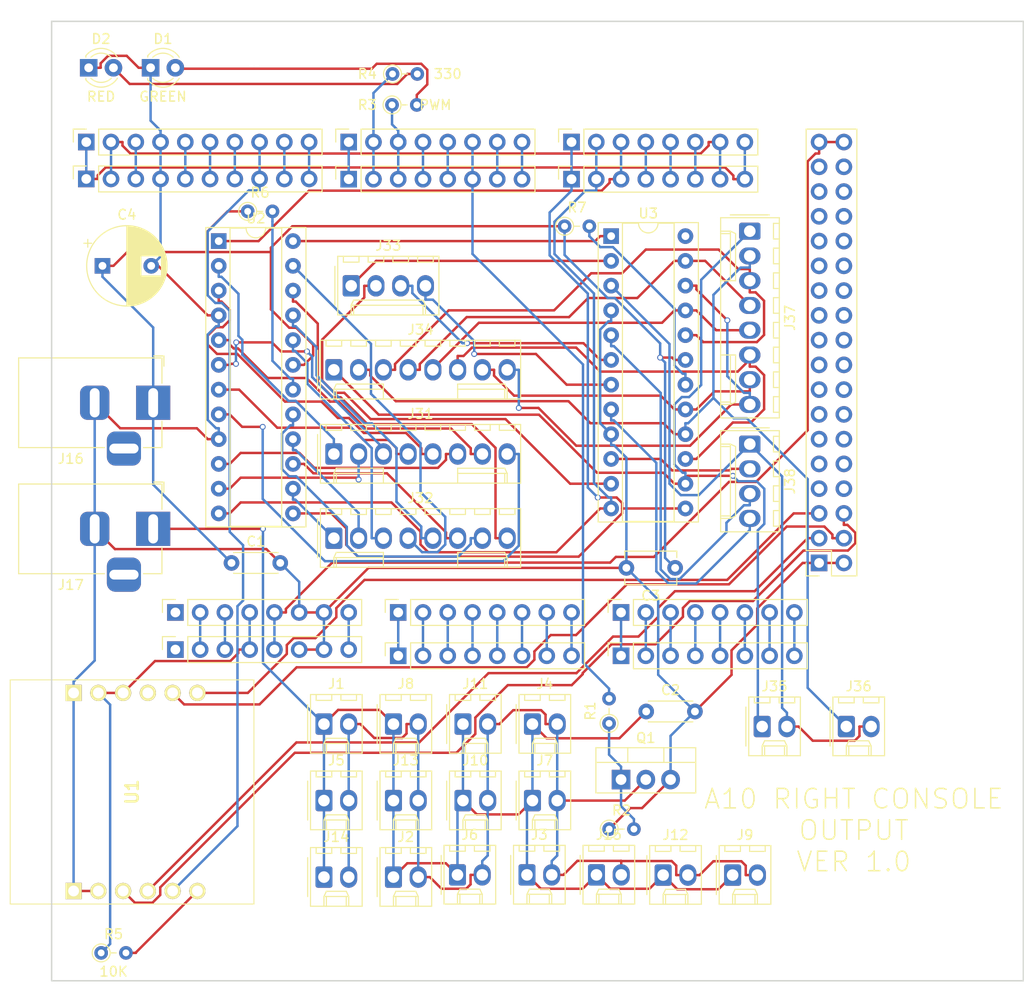
<source format=kicad_pcb>
(kicad_pcb (version 20211014) (generator pcbnew)
  (title_block (date "mar. 31 mars 2015"))
  (layers (0 "F.Cu" signal) (31 "B.Cu" signal) (34 "B.Paste" user) (35 "F.Paste" user) (36 "B.SilkS" user "B.Silkscreen") (37 "F.SilkS" user "F.Silkscreen") (38 "B.Mask" user) (39 "F.Mask" user) (44 "Edge.Cuts" user))
  (net 0 "")
  (net 1 "GND")
  (net 2 "SCLK")
  (net 3 "ES1_RST")
  (net 4 "MISO")
  (net 5 "MOSI")
  (net 6 "/48")
  (net 7 "/49")
  (net 8 "/*46")
  (net 9 "/47")
  (net 10 "/*44")
  (net 11 "/*45")
  (net 12 "/42")
  (net 13 "/43")
  (net 14 "/40")
  (net 15 "/41")
  (net 16 "/38")
  (net 17 "/39")
  (net 18 "/36")
  (net 19 "/37")
  (net 20 "/35")
  (net 21 "/32")
  (net 22 "/33")
  (net 23 "/30")
  (net 24 "/31")
  (net 25 "/28")
  (net 26 "/29")
  (net 27 "/26")
  (net 28 "/27")
  (net 29 "/24")
  (net 30 "/25")
  (net 31 "/22")
  (net 32 "/23")
  (net 33 "+5V")
  (net 34 "/IOREF")
  (net 35 "/A0")
  (net 36 "/A1")
  (net 37 "/A2")
  (net 38 "/A3")
  (net 39 "/A4")
  (net 40 "/A5")
  (net 41 "/A6")
  (net 42 "/A7")
  (net 43 "/A8")
  (net 44 "/A9")
  (net 45 "/A10")
  (net 46 "/A11")
  (net 47 "/A12")
  (net 48 "/A13")
  (net 49 "/A14")
  (net 50 "/A15")
  (net 51 "/AREF")
  (net 52 "/*13")
  (net 53 "/*12")
  (net 54 "/*11")
  (net 55 "/*9")
  (net 56 "/*8")
  (net 57 "/*7")
  (net 58 "/*6")
  (net 59 "/*5")
  (net 60 "/*4")
  (net 61 "/*3")
  (net 62 "+5VD")
  (net 63 "/TX0{slash}1")
  (net 64 "/RX0{slash}0")
  (net 65 "+3V3")
  (net 66 "Net-(D1-Pad2)")
  (net 67 "+12V")
  (net 68 "Net-(D2-Pad2)")
  (net 69 "/RX2{slash}17")
  (net 70 "/BACKLIGHT")
  (net 71 "CLK")
  (net 72 "LOAD")
  (net 73 "VCC")
  (net 74 "/~{RESET}")
  (net 75 "DIN")
  (net 76 "SS")
  (net 78 "/TX1{slash}18")
  (net 79 "/RX1{slash}19")
  (net 80 "/SDA{slash}20")
  (net 81 "/SCL{slash}21")
  (net 82 "/MAX7219A/DIG_A0")
  (net 83 "/MAX7219A/DIG_A1")
  (net 84 "/MAX7219A/DIG_A2")
  (net 85 "/MAX7219A/DIG_A3")
  (net 86 "/34")
  (net 87 "/MAX7219A/DIG_A4")
  (net 88 "/MAX7219A/DIG_A5")
  (net 89 "/MAX7219A/DIG_A6")
  (net 90 "/MAX7219A/DIG_A7")
  (net 91 "/MAX7219A/SEG_A0")
  (net 92 "/MAX7219A/SEG_B0")
  (net 93 "/MAX7219A/SEG_C0")
  (net 94 "/MAX7219A/SEG_D0")
  (net 95 "/MAX7219A/SEG_E0")
  (net 96 "/MAX7219A/SEG_F0")
  (net 97 "/MAX7219A/SEG_G0")
  (net 98 "/MAX7219A/SEG_DP0")
  (net 99 "/MAX7219A/DIG_B0")
  (net 100 "/MAX7219A/DIG_B1")
  (net 101 "/MAX7219A/DIG_B2")
  (net 102 "/MAX7219A/DIG_B3")
  (net 103 "/MAX7219A/SEG_A1")
  (net 104 "/MAX7219A/SEG_B1")
  (net 105 "/MAX7219A/SEG_C1")
  (net 106 "/MAX7219A/SEG_D1")
  (net 107 "/MAX7219A/SEG_E1")
  (net 108 "/MAX7219A/SEG_F1")
  (net 109 "/MAX7219A/SEG_G1")
  (net 110 "/MAX7219A/SEG_DP1")
  (net 111 "/MAX7219A/DIG_B4")
  (net 112 "/MAX7219A/DIG_B5")
  (net 113 "/MAX7219A/DIG_B6")
  (net 114 "/MAX7219A/DIG_B7")
  (net 115 "Net-(Q1-Pad1)")
  (net 116 "Net-(J1-Pad2)")
  (net 117 "Net-(R5-Pad2)")
  (net 118 "Net-(R6-Pad2)")
  (net 119 "Net-(R7-Pad2)")
  (net 120 "/MAX7219A/A-DOUT-B-DIN")
  (net 121 "/MAX7219A/B-DOUT-C-DIN")
  (footprint "Connector_PinSocket_2.54mm:PinSocket_2x18_P2.54mm_Vertical" (layer "F.Cu") (at 193.98 92.38 180)
    (fp_text reference "J27" hide)
    (fp_text value "Digital")
  )
  (footprint "Connector_PinSocket_2.54mm:PinSocket_1x08_P2.54mm_Vertical" (layer "F.Cu") (at 127.94 97.46 90)
    (fp_text reference "J24" hide)
    (fp_text value "Power")
  )
  (footprint "Connector_PinSocket_2.54mm:PinSocket_1x08_P2.54mm_Vertical" (layer "F.Cu") (at 150.8 97.46 90)
    (fp_text reference "J25" hide)
    (fp_text value "Analog")
  )
  (footprint "Connector_PinSocket_2.54mm:PinSocket_1x08_P2.54mm_Vertical" (layer "F.Cu") (at 173.66 97.46 90)
    (fp_text reference "J26" hide)
    (fp_text value "Analog")
  )
  (footprint "Connector_PinSocket_2.54mm:PinSocket_1x10_P2.54mm_Vertical" (layer "F.Cu") (at 118.796 49.2 90)
    (fp_text reference "J28" hide)
    (fp_text value "PWM")
  )
  (footprint "Connector_PinSocket_2.54mm:PinSocket_1x08_P2.54mm_Vertical" (layer "F.Cu") (at 145.72 49.2 90)
    (fp_text reference "J29" hide)
    (fp_text value "PWM")
  )
  (footprint "Connector_PinSocket_2.54mm:PinSocket_1x08_P2.54mm_Vertical" (layer "F.Cu") (at 168.58 49.2 90)
    (fp_text reference "J30" hide)
    (fp_text value "Communication")
  )
  (footprint "Capacitor_THT:C_Disc_D5.1mm_W3.2mm_P5.00mm" (layer "F.Cu") (at 179.208 92.888 180)
    (fp_text reference "C3")
    (fp_text value "0.1uF")
  )
  (footprint "Resistor_THT:R_Axial_DIN0204_L3.6mm_D1.6mm_P2.54mm_Vertical" (layer "F.Cu") (at 150.215 42.215)
    (fp_text reference "R4")
    (fp_text value "330")
  )
  (footprint "Connector_Molex:Molex_KK-254_AE-6410-08A_1x08_P2.54mm_Vertical" (layer "F.Cu") (at 186.868 58.344 -90)
    (fp_text reference "J37")
    (fp_text value "FORWARD_SEGEMENTS")
  )
  (footprint "Resistor_THT:R_Axial_DIN0204_L3.6mm_D1.6mm_P2.54mm_Vertical" (layer "F.Cu") (at 120.325 132.385)
    (fp_text reference "R5")
    (fp_text value "10K")
  )
  (footprint "Connector_Molex:Molex_KK-254_AE-6410-02A_1x02_P2.54mm_Vertical" (layer "F.Cu") (at 157.44 116.76)
    (fp_text reference "J10")
    (fp_text value "BACKLIGHT")
  )
  (footprint "Connector_PinSocket_2.54mm:PinSocket_1x08_P2.54mm_Vertical" (layer "F.Cu") (at 173.66 101.905 90)
    (fp_text reference "J22")
    (fp_text value "Analog")
  )
  (footprint "Connector_Molex:Molex_KK-254_AE-6410-02A_1x02_P2.54mm_Vertical" (layer "F.Cu") (at 188.138 109.164)
    (fp_text reference "J35")
    (fp_text value "OXY_LED")
  )
  (footprint "Arduino_MountingHole:MountingHole_3.2mm" (layer "F.Cu") (at 196.02 132.385)
    (fp_text reference "H2")
    (fp_text value "MountingHole")
  )
  (footprint "Connector_Molex:Molex_KK-254_AE-6410-04A_1x04_P2.54mm_Vertical" (layer "F.Cu") (at 145.974 63.952)
    (fp_text reference "J33")
    (fp_text value "CAUTION_LOW_DIGITS")
  )
  (footprint "Connector_Molex:Molex_KK-254_AE-6410-02A_1x02_P2.54mm_Vertical" (layer "F.Cu") (at 143.18 124.61)
    (fp_text reference "J14")
    (fp_text value "BACKLIGHT")
  )
  (footprint "Connector_PinSocket_2.54mm:PinSocket_1x08_P2.54mm_Vertical" (layer "F.Cu") (at 127.94 101.27 90)
    (fp_text reference "J23")
    (fp_text value "Power")
  )
  (footprint "Connector_Molex:Molex_KK-254_AE-6410-08A_1x08_P2.54mm_Vertical" (layer "F.Cu") (at 144.196 81.204)
    (fp_text reference "J31")
    (fp_text value "CAUTION_UPPER_DIGIT")
  )
  (footprint "Connector_Molex:Molex_KK-254_AE-6410-02A_1x02_P2.54mm_Vertical" (layer "F.Cu") (at 177.978 124.404)
    (fp_text reference "J12")
    (fp_text value "BACKLIGHT")
  )
  (footprint "Resistor_THT:R_Axial_DIN0204_L3.6mm_D1.6mm_P2.54mm_Vertical" (layer "F.Cu") (at 135.356 56.312)
    (fp_text reference "R6")
    (fp_text value "10K")
  )
  (footprint "Capacitor_THT:C_Disc_D4.3mm_W1.9mm_P5.00mm" (layer "F.Cu") (at 133.695 92.38)
    (fp_text reference "C1")
    (fp_text value "0.1uF")
  )
  (footprint "Connector_Molex:Molex_KK-254_AE-6410-02A_1x02_P2.54mm_Vertical" (layer "F.Cu") (at 185.108 124.404)
    (fp_text reference "J9")
    (fp_text value "BACKLIGHT")
  )
  (footprint "Package_DIP:DIP-24_W7.62mm_Socket" (layer "F.Cu") (at 132.385 59.36)
    (fp_text reference "U2")
    (fp_text value "MAX7219-A")
  )
  (footprint "Connector_Molex:Molex_KK-254_AE-6410-08A_1x08_P2.54mm_Vertical" (layer "F.Cu") (at 144.196 72.568)
    (fp_text reference "J34")
    (fp_text value "CAUTION_LOWER_SEG")
  )
  (footprint "Connector_Molex:Molex_KK-254_AE-6410-02A_1x02_P2.54mm_Vertical" (layer "F.Cu") (at 171.138 124.384)
    (fp_text reference "J15")
    (fp_text value "BACKLIGHT")
  )
  (footprint "Resistor_THT:R_Axial_DIN0204_L3.6mm_D1.6mm_P2.54mm_Vertical" (layer "F.Cu") (at 172.43 108.84 90)
    (fp_text reference "R1")
    (fp_text value "330")
  )
  (footprint "Connector_Molex:Molex_KK-254_AE-6410-02A_1x02_P2.54mm_Vertical" (layer "F.Cu") (at 150.31 116.76)
    (fp_text reference "J13")
    (fp_text value "BACKLIGHT")
  )
  (footprint "Connector_Molex:Molex_KK-254_AE-6410-02A_1x02_P2.54mm_Vertical" (layer "F.Cu") (at 150.31 108.91)
    (fp_text reference "J8")
    (fp_text value "BACKLIGHT")
  )
  (footprint "Connector_Molex:Molex_KK-254_AE-6410-02A_1x02_P2.54mm_Vertical" (layer "F.Cu") (at 143.18 116.76)
    (fp_text reference "J5")
    (fp_text value "BACKLIGHT")
  )
  (footprint "Connector_Molex:Molex_KK-254_AE-6410-02A_1x02_P2.54mm_Vertical" (layer "F.Cu") (at 156.878 124.384)
    (fp_text reference "J6")
    (fp_text value "BACKLIGHT")
  )
  (footprint "Connector_Molex:Molex_KK-254_AE-6410-02A_1x02_P2.54mm_Vertical" (layer "F.Cu") (at 164.008 124.384)
    (fp_text reference "J3")
    (fp_text value "BACKLIGHT")
  )
  (footprint "Arduino_MountingHole:MountingHole_3.2mm" (layer "F.Cu") (at 196.02 39.675)
    (fp_text reference "H3")
    (fp_text value "MountingHole")
  )
  (footprint "Connector_PinSocket_2.54mm:PinSocket_1x08_P2.54mm_Vertical" (layer "F.Cu") (at 168.58 53.01 90)
    (fp_text reference "J20")
    (fp_text value "Communication")
  )
  (footprint "Connector_Molex:Molex_KK-254_AE-6410-02A_1x02_P2.54mm_Vertical" (layer "F.Cu") (at 150.31 124.61)
    (fp_text reference "J2")
    (fp_text value "BACKLIGHT")
  )
  (footprint "Connector_Molex:Molex_KK-254_AE-6410-04A_1x04_P2.54mm_Vertical" (layer "F.Cu") (at 186.868 80.188 -90)
    (fp_text reference "J38")
    (fp_text value "FORWARD_DIGITS")
  )
  (footprint "Connector_Molex:Molex_KK-254_AE-6410-02A_1x02_P2.54mm_Vertical" (layer "F.Cu") (at 164.57 116.76)
    (fp_text reference "J7")
    (fp_text value "BACKLIGHT")
  )
  (footprint "Resistor_THT:R_Axial_DIN0204_L3.6mm_D1.6mm_P2.54mm_Vertical" (layer "F.Cu") (at 167.868 57.836)
    (fp_text reference "R7")
    (fp_text value "10K")
  )
  (footprint "Connector_BarrelJack:BarrelJack_Horizontal" (layer "F.Cu") (at 125.66 88.8825)
    (fp_text reference "J17")
    (fp_text value "12VIN")
  )
  (footprint "Connector_PinSocket_2.54mm:PinSocket_1x08_P2.54mm_Vertical" (layer "F.Cu") (at 145.72 53.01 90)
    (fp_text reference "J19")
    (fp_text value "PWM")
  )
  (footprint "Connector_PinSocket_2.54mm:PinSocket_1x08_P2.54mm_Vertical" (layer "F.Cu") (at 150.8 101.905 90)
    (fp_text reference "J21")
    (fp_text value "Analog")
  )
  (footprint "Capacitor_THT:CP_Radial_D8.0mm_P5.00mm" (layer "F.Cu") (at 120.4573 61.9)
    (fp_text reference "C4")
    (fp_text value "100uF")
  )
  (footprint "Connector_Molex:Molex_KK-254_AE-6410-02A_1x02_P2.54mm_Vertical" (layer "F.Cu") (at 196.774 109.164)
    (fp_text reference "J36")
    (fp_text value "TACAN_TEST")
  )
  (footprint "Connector_Molex:Molex_KK-254_AE-6410-02A_1x02_P2.54mm_Vertical" (layer "F.Cu") (at 157.44 108.91)
    (fp_text reference "J11")
    (fp_text value "BACKLIGHT")
  )
  (footprint "Connector_Molex:Molex_KK-254_AE-6410-02A_1x02_P2.54mm_Vertical" (layer "F.Cu") (at 164.57 108.91)
    (fp_text reference "J4")
    (fp_text value "BACKLIGHT")
  )
  (footprint "Package_TO_SOT_THT:TO-220-3_Vertical" (layer "F.Cu") (at 173.66 114.605)
    (fp_text reference "Q1")
    (fp_text value "IRF1405PBF")
  )
  (footprint "LED_THT:LED_D3.0mm" (layer "F.Cu") (at 125.395 41.58)
    (fp_text reference "D1")
    (fp_text value "GREEN")
  )
  (footprint "Connector_BarrelJack:BarrelJack_Horizontal" (layer "F.Cu") (at 125.66 75.945)
    (fp_text reference "J16")
    (fp_text value "5VIN")
  )
  (footprint "Package_DIP:DIP-24_W7.62mm_Socket" (layer "F.Cu") (at 172.644 58.852)
    (fp_text reference "U3")
    (fp_text value "MAX7219-B")
  )
  (footprint "Resistor_THT:R_Axial_DIN0204_L3.6mm_D1.6mm_P2.54mm_Vertical" (layer "F.Cu") (at 150.165 45.39)
    (fp_text reference "R3")
    (fp_text value "330")
  )
  (footprint "Arduino_MountingHole:MountingHole_3.2mm" (layer "F.Cu") (at 166.04 64.44)
    (fp_text reference "MH3" hide)
    (fp_text value "MountingHole_3.2mm" hide)
  )
  (footprint "USR-ES1:USRES1" (layer "F.Cu") (at 117.495 126.035 90)
    (fp_text reference "U1")
    (fp_text value "USR-ES1" hide)
  )
  (footprint "Connector_PinSocket_2.54mm:PinSocket_1x10_P2.54mm_Vertical" (layer "F.Cu") (at 118.796 52.985 90)
    (fp_text reference "J18")
    (fp_text value "PWM")
  )
  (footprint "Arduino_MountingHole:MountingHole_3.2mm" (layer "F.Cu") (at 136.02 132.385)
    (fp_text reference "H1")
    (fp_text value "MountingHole")
  )
  (footprint "Resistor_THT:R_Axial_DIN0204_L3.6mm_D1.6mm_P2.54mm_Vertical" (layer "F.Cu") (at 172.44 119.685)
    (fp_text reference "R2")
    (fp_text value "10K")
  )
  (footprint "LED_THT:LED_D3.0mm" (layer "F.Cu") (at 119.045 41.58)
    (fp_text reference "D2")
    (fp_text value "RED")
  )
  (footprint "Connector_Molex:Molex_KK-254_AE-6410-02A_1x02_P2.54mm_Vertical" (layer "F.Cu") (at 143.18 108.91)
    (fp_text reference "J1")
    (fp_text value "BACKLIGHT")
  )
  (footprint "Capacitor_THT:C_Disc_D4.3mm_W1.9mm_P5.00mm" (layer "F.Cu") (at 176.24 107.62)
    (fp_text reference "C2")
    (fp_text value "0.1uF")
  )
  (footprint "Connector_Molex:Molex_KK-254_AE-6410-08A_1x08_P2.54mm_Vertical" (layer "F.Cu") (at 144.196 89.84)
    (fp_text reference "J32")
    (fp_text value "CAUTION_UPPER_SEG")
  )
  (footprint "Arduino_MountingHole:MountingHole_3.2mm" (layer "F.Cu") (at 136.02 39.675)
    (fp_text reference "H4")
    (fp_text value "MountingHole")
  )
  (gr_rect (start 115.24 36.8175) (end 214.935 135.2425) (layer "Edge.Cuts") (width 0.15) (fill none))
  (gr_text "A10 RIGHT CONSOLE\nOUTPUT\nVER 1.0" (at 197.536 119.812) (layer "F.SilkS") (effects (font (size 2 2))))
  (segment (start 137.2729 90.9579) (end 138.695 92.38) (width 0.25) (layer "F.Cu") (net 1))
  (segment (start 184.9954 101.3437) (end 187.63 98.7091) (width 0.25) (layer "F.Cu") (net 1))
  (segment (start 192.2923 92.38) (end 193.98 92.38) (width 0.25) (layer "F.Cu") (net 1))
  (segment (start 187.63 97.0423) (end 192.2923 92.38) (width 0.25) (layer "F.Cu") (net 1))
  (segment (start 175.8157 117.5293) (end 174.5957 117.5293) (width 0.25) (layer "F.Cu") (net 1))
  (segment (start 184.9954 103.8646) (end 184.9954 101.3437) (width 0.25) (layer "F.Cu") (net 1))
  (segment (start 125.4573 61.9) (end 126.1797 61.9) (width 0.25) (layer "F.Cu") (net 1))
  (segment (start 143.18 97.46) (end 140.64 97.46) (width 0.25) (layer "F.Cu") (net 1))
  (segment (start 174.5957 117.5293) (end 172.44 119.685) (width 0.25) (layer "F.Cu") (net 1))
  (segment (start 132.385 79.68) (end 131.2597 79.68) (width 0.25) (layer "F.Cu") (net 1))
  (segment (start 143.18 101.27) (end 140.64 101.27) (width 0.25) (layer "F.Cu") (net 1))
  (segment (start 121.0361 40.3547) (end 122.9444 40.3547) (width 0.25) (layer "F.Cu") (net 1))
  (segment (start 143.18 97.46) (end 147.752 92.888) (width 0.25) (layer "F.Cu") (net 1))
  (segment (start 125.395 41.58) (end 124.1697 41.58) (width 0.25) (layer "F.Cu") (net 1))
  (segment (start 120.2703 41.1205) (end 121.0361 40.3547) (width 0.25) (layer "F.Cu") (net 1))
  (segment (start 122.9444 40.3547) (end 124.1697 41.58) (width 0.25) (layer "F.Cu") (net 1))
  (segment (start 119.66 88.8825) (end 121.7354 90.9579) (width 0.25) (layer "F.Cu") (net 1))
  (segment (start 121.7354 90.9579) (end 137.2729 90.9579) (width 0.25) (layer "F.Cu") (net 1))
  (segment (start 181.24 107.62) (end 184.9954 103.8646) (width 0.25) (layer "F.Cu") (net 1))
  (segment (start 196.52 92.38) (end 193.98 92.38) (width 0.25) (layer "F.Cu") (net 1))
  (segment (start 178.74 114.605) (end 175.8157 117.5293) (width 0.25) (layer "F.Cu") (net 1))
  (segment (start 122.2813 78.5663) (end 119.66 75.945) (width 0.25) (layer "F.Cu") (net 1))
  (segment (start 132.385 66.98) (end 131.2597 66.98) (width 0.25) (layer "F.Cu") (net 1))
  (segment (start 126.1797 61.9) (end 131.2597 66.98) (width 0.25) (layer "F.Cu") (net 1))
  (segment (start 130.146 78.5663) (end 122.2813 78.5663) (width 0.25) (layer "F.Cu") (net 1))
  (segment (start 120.2703 41.58) (end 120.2703 41.1205) (width 0.25) (layer "F.Cu") (net 1))
  (segment (start 187.63 98.7091) (end 187.63 97.0423) (width 0.25) (layer "F.Cu") (net 1))
  (segment (start 131.2597 79.68) (end 130.146 78.5663) (width 0.25) (layer "F.Cu") (net 1))
  (segment (start 120.035 126.035) (end 117.495 126.035) (width 0.25) (layer "F.Cu") (net 1))
  (segment (start 119.045 41.58) (end 120.2703 41.58) (width 0.25) (layer "F.Cu") (net 1))
  (segment (start 147.752 92.888) (end 174.208 92.888) (width 0.25) (layer "F.Cu") (net 1))
  (segment (start 126.416 60.9413) (end 125.4573 61.9) (width 0.25) (layer "B.Cu") (net 1))
  (segment (start 117.495 105.715) (end 117.495 104.5572) (width 0.25) (layer "B.Cu") (net 1))
  (segment (start 132.385 79.68) (end 132.385 78.5547) (width 0.25) (layer "B.Cu") (net 1))
  (segment (start 132.1036 68.1053) (end 132.385 68.1053) (width 0.25) (layer "B.Cu") (net 1))
  (segment (start 126.416 49.2) (end 126.416 52.985) (width 0.25) (layer "B.Cu") (net 1))
  (segment (start 172.644 79.172) (end 171.5187 78.0467) (width 0.25) (layer "B.Cu") (net 1))
  (segment (start 132.385 66.98) (end 132.385 68.1053) (width 0.25) (layer "B.Cu") (net 1))
  (segment (start 172.644 80.2973) (end 172.9253 80.2973) (width 0.25) (layer "B.Cu") (net 1))
  (segment (start 140.64 94.325) (end 138.695 92.38) (width 0.25) (layer "B.Cu") (net 1))
  (segment (start 117.495 126.035) (end 117.495 105.715) (width 0.25) (layer "B.Cu") (net 1))
  (segment (start 177.47 103.85) (end 181.24 107.62) (width 0.25) (layer "B.Cu") (net 1))
  (segment (start 131.2597 77.7107) (end 131.2597 68.9492) (width 0.25) (layer "B.Cu") (net 1))
  (segment (start 171.5187 78.0467) (end 171.5187 68.4412) (width 0.25) (layer "B.Cu") (net 1))
  (segment (start 174.208 92.888) (end 177.47 96.15) (width 0.25) (layer "B.Cu") (net 1))
  (segment (start 178.74 110.12) (end 178.74 114.605) (width 0.25) (layer "B.Cu") (net 1))
  (segment (start 119.66 75.945) (end 119.66 88.8825) (width 0.25) (layer "B.Cu") (net 1))
  (segment (start 181.24 107.62) (end 178.74 110.12) (width 0.25) (layer "B.Cu") (net 1))
  (segment (start 117.495 104.5572) (end 119.66 102.3922) (width 0.25) (layer "B.Cu") (net 1))
  (segment (start 143.18 101.27) (end 143.18 97.46) (width 0.25) (layer "B.Cu") (net 1))
  (segment (start 125.395 47.0037) (end 126.416 48.0247) (width 0.25) (layer "B.Cu") (net 1))
  (segment (start 125.395 41.58) (end 125.395 47.0037) (width 0.25) (layer "B.Cu") (net 1))
  (segment (start 172.9253 80.2973) (end 174.208 81.58) (width 0.25) (layer "B.Cu") (net 1))
  (segment (start 126.416 49.2) (end 126.416 48.0247) (width 0.25) (layer "B.Cu") (net 1))
  (segment (start 172.644 79.7346) (end 172.644 79.172) (width 0.25) (layer "B.Cu") (net 1))
  (segment (start 126.416 52.985) (end 126.416 60.9413) (width 0.25) (layer "B.Cu") (net 1))
  (segment (start 119.66 102.3922) (end 119.66 88.8825) (width 0.25) (layer "B.Cu") (net 1))
  (segment (start 172.644 66.472) (end 172.644 67.5973) (width 0.25) (layer "B.Cu") (net 1))
  (segment (start 174.208 81.58) (end 174.208 92.888) (width 0.25) (layer "B.Cu") (net 1))
  (segment (start 171.5187 68.4412) (end 172.3626 67.5973) (width 0.25) (layer "B.Cu") (net 1))
  (segment (start 131.2597 68.9492) (end 132.1036 68.1053) (width 0.25) (layer "B.Cu") (net 1))
  (segment (start 132.385 78.5547) (end 132.1037 78.5547) (width 0.25) (layer "B.Cu") (net 1))
  (segment (start 140.64 97.46) (end 140.64 94.325) (width 0.25) (layer "B.Cu") (net 1))
  (segment (start 177.47 96.15) (end 177.47 103.85) (width 0.25) (layer "B.Cu") (net 1))
  (segment (start 132.1037 78.5547) (end 131.2597 77.7107) (width 0.25) (layer "B.Cu") (net 1))
  (segment (start 172.644 79.7346) (end 172.644 80.2973) (width 0.25) (layer "B.Cu") (net 1))
  (segment (start 172.3626 67.5973) (end 172.644 67.5973) (width 0.25) (layer "B.Cu") (net 1))
  (segment (start 193.98 89.84) (end 192.8047 89.84) (width 0.25) (layer "F.Cu") (net 2))
  (segment (start 187.3663 95.2784) (end 179.1869 95.2784) (width 0.25) (layer "F.Cu") (net 2))
  (segment (start 179.1869 95.2784) (end 177.47 96.9953) (width 0.25) (layer "F.Cu") (net 2))
  (segment (start 140.3535 110.7965) (end 125.115 126.035) (width 0.25) (layer "F.Cu") (net 2))
  (segment (start 169.084 103.6841) (end 160.0609 103.6841) (width 0.25) (layer "F.Cu") (net 2))
  (segment (start 160.0609 103.6841) (end 152.9485 110.7965) (width 0.25) (layer "F.Cu") (net 2))
  (segment (start 177.47 96.9953) (end 177.47 97.9095) (width 0.25) (layer "F.Cu") (net 2))
  (segment (start 172.8344 99.9336) (end 169.084 103.684) (width 0.25) (layer "F.Cu") (net 2))
  (segment (start 152.9485 110.7965) (end 140.3535 110.7965) (width 0.25) (layer "F.Cu") (net 2))
  (segment (start 192.8047 89.84) (end 187.3663 95.2784) (width 0.25) (layer "F.Cu") (net 2))
  (segment (start 177.47 97.9095) (end 175.4459 99.9336) (width 0.25) (layer "F.Cu") (net 2))
  (segment (start 175.4459 99.9336) (end 172.8344 99.9336) (width 0.25) (layer "F.Cu") (net 2))
  (segment (start 169.084 103.684) (end 169.084 103.6841) (width 0.25) (layer "F.Cu") (net 2))
  (segment (start 136.5689 106.894) (end 128.834 106.894) (width 0.25) (layer "F.Cu") (net 3))
  (segment (start 140.3748 103.0881) (end 136.5689 106.894) (width 0.25) (layer "F.Cu") (net 3))
  (segment (start 190.6607 88.6459) (end 184.7335 94.5731) (width 0.25) (layer "F.Cu") (net 3))
  (segment (start 174.2496 94.5731) (end 169.0456 99.7771) (width 0.25) (layer "F.Cu") (net 3))
  (segment (start 169.0456 99.7771) (end 166.4484 99.7771) (width 0.25) (layer "F.Cu") (net 3))
  (segment (start 128.834 106.894) (end 127.655 105.715) (width 0.25) (layer "F.Cu") (net 3))
  (segment (start 184.7335 94.5731) (end 174.2496 94.5731) (width 0.25) (layer "F.Cu") (net 3))
  (segment (start 195.3447 89.84) (end 195.3447 89.4727) (width 0.25) (layer "F.Cu") (net 3))
  (segment (start 164.77 101.4555) (end 164.77 102.3089) (width 0.25) (layer "F.Cu") (net 3))
  (segment (start 163.9908 103.0881) (end 140.3748 103.0881) (width 0.25) (layer "F.Cu") (net 3))
  (segment (start 164.77 102.3089) (end 163.9908 103.0881) (width 0.25) (layer "F.Cu") (net 3))
  (segment (start 194.5179 88.6459) (end 190.6607 88.6459) (width 0.25) (layer "F.Cu") (net 3))
  (segment (start 166.4484 99.7771) (end 164.77 101.4555) (width 0.25) (layer "F.Cu") (net 3))
  (segment (start 196.52 89.84) (end 195.3447 89.84) (width 0.25) (layer "F.Cu") (net 3))
  (segment (start 195.3447 89.4727) (end 194.5179 88.6459) (width 0.25) (layer "F.Cu") (net 3))
  (segment (start 144.45 97.9476) (end 144.45 97.0085) (width 0.25) (layer "F.Cu") (net 4))
  (segment (start 144.45 97.0085) (end 147.3358 94.1227) (width 0.25) (layer "F.Cu") (net 4))
  (segment (start 140.0765 100.0911) (end 142.3065 100.0911) (width 0.25) (layer "F.Cu") (net 4))
  (segment (start 191.3697 87.3) (end 192.8047 87.3) (width 0.25) (layer "F.Cu") (net 4))
  (segment (start 130.195 105.715) (end 135.3694 105.715) (width 0.25) (layer "F.Cu") (net 4))
  (segment (start 184.547 94.1227) (end 191.3697 87.3) (width 0.25) (layer "F.Cu") (net 4))
  (segment (start 139.37 100.7976) (end 140.0765 100.0911) (width 0.25) (layer "F.Cu") (net 4))
  (segment (start 135.3694 105.715) (end 139.37 101.7144) (width 0.25) (layer "F.Cu") (net 4))
  (segment (start 147.3358 94.1227) (end 184.547 94.1227) (width 0.25) (layer "F.Cu") (net 4))
  (segment (start 193.98 87.3) (end 192.8047 87.3) (width 0.25) (layer "F.Cu") (net 4))
  (segment (start 139.37 101.7144) (end 139.37 100.7976) (width 0.25) (layer "F.Cu") (net 4))
  (segment (start 142.3065 100.0911) (end 144.45 97.9476) (width 0.25) (layer "F.Cu") (net 4))
  (segment (start 158.7105 108.2454) (end 162.0409 104.915) (width 0.25) (layer "F.Cu") (net 5))
  (segment (start 197.6953 90.3554) (end 197.6953 89.2832) (width 0.25) (layer "F.Cu") (net 5))
  (segment (start 187.2015 96.2846) (end 192.3761 91.11) (width 0.25) (layer "F.Cu") (net 5))
  (segment (start 158.7105 109.9217) (end 158.7105 108.2454) (width 0.25) (layer "F.Cu") (net 5))
  (segment (start 177.1898 100.7296) (end 180.01 97.9094) (width 0.25) (layer "F.Cu") (net 5))
  (segment (start 162.0409 104.915) (end 168.6024 104.915) (width 0.25) (layer "F.Cu") (net 5))
  (segment (start 196.52 87.3) (end 196.52 88.4753) (width 0.25) (layer "F.Cu") (net 5))
  (segment (start 125.5913 127.2368) (end 126.385 126.4431) (width 0.25) (layer "F.Cu") (net 5))
  (segment (start 169.7208 103.6841) (end 172.6753 100.7296) (width 0.25) (layer "F.Cu") (net 5))
  (segment (start 122.575 126.035) (end 123.7768 127.2368) (width 0.25) (layer "F.Cu") (net 5))
  (segment (start 172.6753 100.7296) (end 177.1898 100.7296) (width 0.25) (layer "F.Cu") (net 5))
  (segment (start 196.9407 91.11) (end 197.6953 90.3554) (width 0.25) (layer "F.Cu") (net 5))
  (segment (start 196.8874 88.4753) (end 196.52 88.4753) (width 0.25) (layer "F.Cu") (net 5))
  (segment (start 180.7208 96.2846) (end 187.2015 96.2846) (width 0.25) (layer "F.Cu") (net 5))
  (segment (start 140.1895 111.8577) (end 156.7745 111.8577) (width 0.25) (layer "F.Cu") (net 5))
  (segment (start 123.7768 127.2368) (end 125.5913 127.2368) (width 0.25) (layer "F.Cu") (net 5))
  (segment (start 126.385 125.6622) (end 140.1895 111.8577) (width 0.25) (layer "F.Cu") (net 5))
  (segment (start 180.01 97.9094) (end 180.01 96.9954) (width 0.25) (layer "F.Cu") (net 5))
  (segment (start 126.385 126.4431) (end 126.385 125.6622) (width 0.25) (layer "F.Cu") (net 5))
  (segment (start 180.01 96.9954) (end 180.7208 96.2846) (width 0.25) (layer "F.Cu") (net 5))
  (segment (start 168.6024 104.915) (end 169.7208 103.7966) (width 0.25) (layer "F.Cu") (net 5))
  (segment (start 156.7745 111.8577) (end 158.7105 109.9217) (width 0.25) (layer "F.Cu") (net 5))
  (segment (start 192.3761 91.11) (end 196.9407 91.11) (width 0.25) (layer "F.Cu") (net 5))
  (segment (start 197.6953 89.2832) (end 196.8874 88.4753) (width 0.25) (layer "F.Cu") (net 5))
  (segment (start 169.7208 103.7966) (end 169.7208 103.6841) (width 0.25) (layer "F.Cu") (net 5))
  (segment (start 193.98 49.2) (end 193.98 50.3753) (width 0.25) (layer "F.Cu") (net 33))
  (segment (start 138.1 97.46) (end 139.2753 97.46) (width 0.25) (layer "F.Cu") (net 33))
  (segment (start 192.8047 78.7682) (end 192.8047 51.1832) (width 0.25) (layer "F.Cu") (net 33))
  (segment (start 139.2753 97.46) (end 139.2753 97.0927) (width 0.25) (layer "F.Cu") (net 33))
  (segment (start 173.1261 91.7626) (end 177.0379 91.7626) (width 0.25) (layer "F.Cu") (net 33))
  (segment (start 172.5434 92.3453) (end 173.1261 91.7626) (width 0.25) (layer "F.Cu") (net 33))
  (segment (start 144.0227 92.3453) (end 172.5434 92.3453) (width 0.25) (layer "F.Cu") (net 33))
  (segment (start 184.7323 84.0682) (end 187.5047 84.0682) (width 0.25) (layer "F.Cu") (net 33))
  (segment (start 187.5047 84.0682) (end 192.8047 78.7682) (width 0.25) (layer "F.Cu") (net 33))
  (segment (start 192.8047 51.1832) (end 193.6126 50.3753) (width 0.25) (layer "F.Cu") (net 33))
  (segment (start 177.0379 91.7626) (end 184.7323 84.0682) (width 0.25) (layer "F.Cu") (net 33))
  (segment (start 193.6126 50.3753) (end 193.98 50.3753) (width 0.25) (layer "F.Cu") (net 33))
  (segment (start 196.52 49.2) (end 193.98 49.2) (width 0.25) (layer "F.Cu") (net 33))
  (segment (start 139.2753 97.0927) (end 144.0227 92.3453) (width 0.25) (layer "F.Cu") (net 33))
  (segment (start 138.1 101.27) (end 138.1 97.46) (width 0.25) (layer "B.Cu") (net 33))
  (segment (start 130.48 101.27) (end 130.48 97.46) (width 0.25) (layer "B.Cu") (net 34))
  (segment (start 150.8 101.905) (end 150.8 97.46) (width 0.25) (layer "B.Cu") (net 35))
  (segment (start 153.34 101.905) (end 153.34 97.46) (width 0.25) (layer "B.Cu") (net 36))
  (segment (start 155.88 101.905) (end 155.88 97.46) (width 0.25) (layer "B.Cu") (net 37))
  (segment (start 158.42 101.905) (end 158.42 97.46) (width 0.25) (layer "B.Cu") (net 38))
  (segment (start 160.96 101.905) (end 160.96 97.46) (width 0.25) (layer "B.Cu") (net 39))
  (segment (start 163.5 101.905) (end 163.5 97.46) (width 0.25) (layer "B.Cu") (net 40))
  (segment (start 166.04 101.905) (end 166.04 97.46) (width 0.25) (layer "B.Cu") (net 41))
  (segment (start 168.58 101.905) (end 168.58 97.46) (width 0.25) (layer "B.Cu") (net 42))
  (segment (start 173.66 101.905) (end 173.66 97.46) (width 0.25) (layer "B.Cu") (net 43))
  (segment (start 176.2 101.905) (end 176.2 97.46) (width 0.25) (layer "B.Cu") (net 44))
  (segment (start 178.74 101.905) (end 178.74 97.46) (width 0.25) (layer "B.Cu") (net 45))
  (segment (start 181.28 101.905) (end 181.28 97.46) (width 0.25) (layer "B.Cu") (net 46))
  (segment (start 183.82 101.905) (end 183.82 97.46) (width 0.25) (layer "B.Cu") (net 47))
  (segment (start 186.36 101.905) (end 186.36 97.46) (width 0.25) (layer "B.Cu") (net 48))
  (segment (start 188.9 101.905) (end 188.9 97.46) (width 0.25) (layer "B.Cu") (net 49))
  (segment (start 191.44 101.905) (end 191.44 97.46) (width 0.25) (layer "B.Cu") (net 50))
  (segment (start 123.876 52.985) (end 123.876 49.2) (width 0.25) (layer "B.Cu") (net 51))
  (segment (start 128.956 52.985) (end 128.956 49.2) (width 0.25) (layer "B.Cu") (net 52))
  (segment (start 131.496 52.985) (end 131.496 49.2) (width 0.25) (layer "B.Cu") (net 53))
  (segment (start 134.036 52.985) (end 134.036 49.2) (width 0.25) (layer "B.Cu") (net 54))
  (segment (start 139.116 52.985) (end 139.116 49.2) (width 0.25) (layer "B.Cu") (net 55))
  (segment (start 141.656 52.985) (end 141.656 49.2) (width 0.25) (layer "B.Cu") (net 56))
  (segment (start 145.72 53.01) (end 145.72 49.2) (width 0.25) (layer "B.Cu") (net 57))
  (segment (start 150.215 42.215) (end 148.26 44.17) (width 0.25) (layer "B.Cu") (net 58))
  (segment (start 148.26 44.17) (end 148.26 49.2) (width 0.25) (layer "B.Cu") (net 58))
  (segment (start 148.26 53.01) (end 148.26 49.2) (width 0.25) (layer "B.Cu") (net 58))
  (segment (start 150.8 53.01) (end 150.8 49.2) (width 0.25) (layer "B.Cu") (net 59))
  (segment (start 150.165 45.39) (end 150.165 47.3897) (width 0.25) (layer "B.Cu") (net 59))
  (segment (start 150.165 47.3897) (end 150.8 48.0247) (width 0.25) (layer "B.Cu") (net 59))
  (segment (start 150.8 49.2) (end 150.8 48.0247) (width 0.25) (layer "B.Cu") (net 59))
  (segment (start 153.34 53.01) (end 153.34 49.2) (width 0.25) (layer "B.Cu") (net 60))
  (segment (start 155.88 53.01) (end 155.88 49.2) (width 0.25) (layer "B.Cu") (net 61))
  (segment (start 139.6184 68.25) (end 140.328 68.25) (width 0.25) (layer "F.Cu") (net 62))
  (segment (start 142.0719 71.1184) (end 141.1303 72.06) (width 0.25) (layer "F.Cu") (net 62))
  (segment (start 131.2216 60.4854) (end 122.9972 60.4854) (width 0.25) (layer "F.Cu") (net 62))
  (segment (start 142.0719 69.9939) (end 142.0719 71.1184) (width 0.25) (layer "F.Cu") (net 62))
  (segment (start 177.6723 71.3109) (end 178.8976 71.3109) (width 0.25) (layer "F.Cu") (net 62))
  (segment (start 137.7383 66.3699) (end 139.6184 68.25) (width 0.25) (layer "F.Cu") (net 62))
  (segment (start 180.264 71.552) (end 179.1387 71.552) (width 0.25) (layer "F.Cu") (net 62))
  (segment (start 178.8976 71.3109) (end 179.1387 71.552) (width 0.25) (layer "F.Cu") (net 62))
  (segment (start 167.868 57.836) (end 139.9375 57.836) (width 0.25) (layer "F.Cu") (net 62))
  (segment (start 140.328 68.25) (end 142.0719 69.9939) (width 0.25) (layer "F.Cu") (net 62))
  (segment (start 137.7383 60.0352) (end 137.7383 60.4854) (width 0.25) (layer "F.Cu") (net 62))
  (segment (start 137.7383 60.4854) (end 131.2216 60.4854) (width 0.25) (layer "F.Cu") (net 62))
  (segment (start 133.2887 56.312) (end 131.2216 58.3791) (width 0.25) (layer "F.Cu") (net 62))
  (segment (start 120.4573 61.9) (end 121.5826 61.9) (width 0.25) (layer "F.Cu") (net 62))
  (segment (start 139.9375 57.836) (end 137.7383 60.0352) (width 0.25) (layer "F.Cu") (net 62))
  (segment (start 122.9972 60.4854) (end 121.5826 61.9) (width 0.25) (layer "F.Cu") (net 62))
  (segment (start 140.005 72.06) (end 141.1303 72.06) (width 0.25) (layer "F.Cu") (net 62))
  (segment (start 131.2216 58.3791) (end 131.2216 60.4854) (width 0.25) (layer "F.Cu") (net 62))
  (segment (start 137.7383 60.4854) (end 137.7383 66.3699) (width 0.25) (layer "F.Cu") (net 62))
  (segment (start 135.356 56.312) (end 133.2887 56.312) (width 0.25) (layer "F.Cu") (net 62))
  (via (at 177.6723 71.3109) (size 0.6) (drill 0.4) (layers "F.Cu" "B.Cu") (net 62))
  (segment (start 125.66 68.228) (end 125.66 75.945) (width 0.25) (layer "B.Cu") (net 62))
  (segment (start 173.0152 65.202) (end 177.6723 69.8591) (width 0.25) (layer "B.Cu") (net 62))
  (segment (start 177.6723 71.3109) (end 178.1788 71.8174) (width 0.25) (layer "B.Cu") (net 62))
  (segment (start 178.1788 91.8588) (end 179.208 92.888) (width 0.25) (layer "B.Cu") (net 62))
  (segment (start 167.868 60.7869) (end 172.2831 65.202) (width 0.25) (layer "B.Cu") (net 62))
  (segment (start 177.6723 69.8591) (end 177.6723 71.3109) (width 0.25) (layer "B.Cu") (net 62))
  (segment (start 167.868 57.836) (end 167.868 60.7869) (width 0.25) (layer "B.Cu") (net 62))
  (segment (start 120.4573 63.0253) (end 125.66 68.228) (width 0.25) (layer "B.Cu") (net 62))
  (segment (start 120.4573 61.9) (end 120.4573 63.0253) (width 0.25) (layer "B.Cu") (net 62))
  (segment (start 172.2831 65.202) (end 173.0152 65.202) (width 0.25) (layer "B.Cu") (net 62))
  (segment (start 125.66 84.345) (end 125.66 75.945) (width 0.25) (layer "B.Cu") (net 62))
  (segment (start 178.1788 71.8174) (end 178.1788 91.8588) (width 0.25) (layer "B.Cu") (net 62))
  (segment (start 133.695 92.38) (end 125.66 84.345) (width 0.25) (layer "B.Cu") (net 62))
  (segment (start 160.96 53.01) (end 160.96 49.2) (width 0.25) (layer "B.Cu") (net 63))
  (segment (start 163.5 53.01) (end 163.5 49.2) (width 0.25) (layer "B.Cu") (net 64))
  (segment (start 133.5768 102.4453) (end 134.3847 101.6374) (width 0.25) (layer "F.Cu") (net 65))
  (segment (start 134.3847 101.6374) (end 134.3847 101.27) (width 0.25) (layer "F.Cu") (net 65))
  (segment (start 135.56 101.27) (end 134.3847 101.27) (width 0.25) (layer "F.Cu") (net 65))
  (segment (start 120.035 105.715) (end 122.575 105.715) (width 0.25) (layer "F.Cu") (net 65))
  (segment (start 125.8447 102.4453) (end 133.5768 102.4453) (width 0.25) (layer "F.Cu") (net 65))
  (segment (start 122.575 105.715) (end 125.8447 102.4453) (width 0.25) (layer "F.Cu") (net 65))
  (segment (start 121.2437 106.9237) (end 121.2437 131.4663) (width 0.25) (layer "B.Cu") (net 65))
  (segment (start 135.56 101.27) (end 135.56 97.46) (width 0.25) (layer "B.Cu") (net 65))
  (segment (start 120.035 105.715) (end 121.2437 106.9237) (width 0.25) (layer "B.Cu") (net 65))
  (segment (start 121.2437 131.4663) (end 120.325 132.385) (width 0.25) (layer "B.Cu") (net 65))
  (segment (start 153.7816 43.2881) (end 152.705 44.3647) (width 0.25) (layer "F.Cu") (net 66))
  (segment (start 152.705 45.39) (end 152.705 44.3647) (width 0.25) (layer "F.Cu") (net 66))
  (segment (start 127.935 41.58) (end 128.0318 41.6768) (width 0.25) (layer "F.Cu") (net 66))
  (segment (start 153.7816 41.7888) (end 153.7816 43.2881) (width 0.25) (layer "F.Cu") (net 66))
  (segment (start 148.5938 41.1692) (end 153.162 41.1692) (width 0.25) (layer "F.Cu") (net 66))
  (segment (start 128.0318 41.6768) (end 148.0862 41.6768) (width 0.25) (layer "F.Cu") (net 66))
  (segment (start 153.162 41.1692) (end 153.7816 41.7888) (width 0.25) (layer "F.Cu") (net 66))
  (segment (start 148.0862 41.6768) (end 148.5938 41.1692) (width 0.25) (layer "F.Cu") (net 66))
  (segment (start 158.8604 118.1804) (end 157.44 116.76) (width 0.25) (layer "F.Cu") (net 67))
  (segment (start 164.008 124.384) (end 165.4284 125.8044) (width 0.25) (layer "F.Cu") (net 67))
  (segment (start 151.7311 123.1889) (end 155.6829 123.1889) (width 0.25) (layer "F.Cu") (net 67))
  (segment (start 144.6321 107.4579) (end 143.18 108.91) (width 0.25) (layer "F.Cu") (net 67))
  (segment (start 163.1496 118.1804) (end 158.8604 118.1804) (width 0.25) (layer "F.Cu") (net 67))
  (segment (start 185.108 124.404) (end 183.6538 125.8582) (width 0.25) (layer "F.Cu") (net 67))
  (segment (start 176.5776 125.8044) (end 172.5584 125.8044) (width 0.25) (layer "F.Cu") (net 67))
  (segment (start 150.31 108.91) (end 148.8579 107.4579) (width 0.25) (layer "F.Cu") (net 67))
  (segment (start 176.24 107.62) (end 173.4912 110.3688) (width 0.25) (layer "F.Cu") (net 67))
  (segment (start 148.8579 107.4579) (end 144.6321 107.4579) (width 0.25) (layer "F.Cu") (net 67))
  (segment (start 164.57 116.76) (end 163.1496 118.1804) (width 0.25) (layer "F.Cu") (net 67))
  (segment (start 177.978 124.404) (end 176.5776 125.8044) (width 0.25) (layer "F.Cu") (net 67))
  (segment (start 155.6829 123.1889) (end 156.878 124.384) (width 0.25) (layer "F.Cu") (net 67))
  (segment (start 183.6538 125.8582) (end 179.4322 125.8582) (width 0.25) (layer "F.Cu") (net 67))
  (segment (start 125.66 88.8825) (end 136.9236 88.8825) (width 0.25) (layer "F.Cu") (net 67))
  (segment (start 173.4912 110.3688) (end 166.0288 110.3688) (width 0.25) (layer "F.Cu") (net 67))
  (segment (start 166.0288 110.3688) (end 164.57 108.91) (width 0.25) (layer "F.Cu") (net 67))
  (segment (start 165.4284 125.8044) (end 169.7176 125.8044) (width 0.25) (layer "F.Cu") (net 67))
  (segment (start 172.5584 125.8044) (end 171.138 124.384) (width 0.25) (layer "F.Cu") (net 67))
  (segment (start 179.4322 125.8582) (end 177.978 124.404) (width 0.25) (layer "F.Cu") (net 67))
  (segment (start 169.7176 125.8044) (end 171.138 124.384) (width 0.25) (layer "F.Cu") (net 67))
  (segment (start 150.31 124.61) (end 151.7311 123.1889) (width 0.25) (layer "F.Cu") (net 67))
  (via (at 136.9236 88.8825) (size 0.6) (drill 0.4) (layers "F.Cu" "B.Cu") (net 67))
  (segment (start 143.18 116.76) (end 143.18 124.61) (width 0.25) (layer "B.Cu") (net 67))
  (segment (start 156.878 117.322) (end 156.878 124.384) (width 0.25) (layer "B.Cu") (net 67))
  (segment (start 164.008 117.322) (end 164.008 124.384) (width 0.25) (layer "B.Cu") (net 67))
  (segment (start 157.44 108.91) (end 157.44 116.76) (width 0.25) (layer "B.Cu") (net 67))
  (segment (start 143.18 108.91) (end 136.9236 102.6536) (width 0.25) (layer "B.Cu") (net 67))
  (segment (start 136.9236 102.6536) (end 136.9236 88.8825) (width 0.25) (layer "B.Cu") (net 67))
  (segment (start 150.31 108.91) (end 150.31 116.76) (width 0.25) (layer "B.Cu") (net 67))
  (segment (start 164.57 108.91) (end 164.57 116.76) (width 0.25) (layer "B.Cu") (net 67))
  (segment (start 164.57 116.76) (end 164.008 117.322) (width 0.25) (layer "B.Cu") (net 67))
  (segment (start 143.18 108.91) (end 143.18 116.76) (width 0.25) (layer "B.Cu") (net 67))
  (segment (start 157.44 116.76) (end 156.878 117.322) (width 0.25) (layer "B.Cu") (net 67))
  (segment (start 150.31 124.61) (end 150.31 116.76) (width 0.25) (layer "B.Cu") (net 67))
  (segment (start 121.585 41.58) (end 123.2453 43.2403) (width 0.25) (layer "F.Cu") (net 68))
  (segment (start 123.2453 43.2403) (end 150.7044 43.2403) (width 0.25) (layer "F.Cu") (net 68))
  (segment (start 152.755 42.215) (end 151.7297 42.215) (width 0.25) (layer "F.Cu") (net 68))
  (segment (start 150.7044 43.2403) (end 151.7297 42.215) (width 0.25) (layer "F.Cu") (net 68))
  (segment (start 176.2 53.01) (end 176.2 49.2) (width 0.25) (layer "B.Cu") (net 69))
  (segment (start 169.7554 72.0181) (end 169.7554 102.6001) (width 0.25) (layer "B.Cu") (net 70))
  (segment (start 158.42 53.01) (end 158.42 54.1853) (width 0.25) (layer "B.Cu") (net 70))
  (segment (start 158.42 60.6827) (end 169.7554 72.0181) (width 0.25) (layer "B.Cu") (net 70))
  (segment (start 158.42 54.1853) (end 158.42 60.6827) (width 0.25) (layer "B.Cu") (net 70))
  (segment (start 169.7554 102.6001) (end 172.43 105.2747) (width 0.25) (layer "B.Cu") (net 70))
  (segment (start 158.42 49.2) (end 158.42 53.01) (width 0.25) (layer "B.Cu") (net 70))
  (segment (start 172.43 106.3) (end 172.43 105.2747) (width 0.25) (layer "B.Cu") (net 70))
  (segment (start 169.3144 91.7337) (end 173.7694 87.2787) (width 0.25) (layer "F.Cu") (net 71))
  (segment (start 173.7694 86.792) (end 173.7694 86.2293) (width 0.25) (layer "F.Cu") (net 71))
  (segment (start 173.7694 87.2787) (end 173.7694 86.792) (width 0.25) (layer "F.Cu") (net 71))
  (segment (start 173.2068 85.6667) (end 171.2672 85.6667) (width 0.25) (layer "F.Cu") (net 71))
  (segment (start 173.7694 86.2293) (end 173.2068 85.6667) (width 0.25) (layer "F.Cu") (net 71))
  (segment (start 143.9407 87.3) (end 145.4665 88.8258) (width 0.25) (layer "F.Cu") (net 71))
  (segment (start 145.4665 90.5273) (end 146.6729 91.7337) (width 0.25) (layer "F.Cu") (net 71))
  (segment (start 140.005 87.3) (end 143.9407 87.3) (width 0.25) (layer "F.Cu") (net 71))
  (segment (start 180.264 86.792) (end 179.1387 86.792) (width 0.25) (layer "F.Cu") (net 71))
  (segment (start 145.4665 88.8258) (end 145.4665 90.5273) (width 0.25) (layer "F.Cu") (net 71))
  (segment (start 146.6729 91.7337) (end 169.3144 91.7337) (width 0.25) (layer "F.Cu") (net 71))
  (segment (start 179.1387 86.792) (end 173.7694 86.792) (width 0.25) (layer "F.Cu") (net 71))
  (via (at 171.2672 85.6667) (size 0.6) (drill 0.4) (layers "F.Cu" "B.Cu") (net 71))
  (segment (start 166.3339 60.8278) (end 170.2526 64.7465) (width 0.25) (layer "B.Cu") (net 71))
  (segment (start 168.58 53.01) (end 168.58 54.1853) (width 0.25) (layer "B.Cu") (net 71))
  (segment (start 166.3339 56.4314) (end 166.3339 60.8278) (width 0.25) (layer "B.Cu") (net 71))
  (segment (start 168.58 49.2) (end 168.58 53.01) (width 0.25) (layer "B.Cu") (net 71))
  (segment (start 168.58 54.1853) (end 166.3339 56.4314) (width 0.25) (layer "B.Cu") (net 71))
  (segment (start 170.2526 64.7465) (end 170.2526 84.6521) (width 0.25) (layer "B.Cu") (net 71))
  (segment (start 170.2526 84.6521) (end 171.2672 85.6667) (width 0.25) (layer "B.Cu") (net 71))
  (segment (start 153.086 89.155) (end 150.1057 86.1747) (width 0.25) (layer "F.Cu") (net 72))
  (segment (start 132.385 87.3) (end 133.5103 87.3) (width 0.25) (layer "F.Cu") (net 72))
  (segment (start 167.0274 91.2833) (end 153.8808 91.2833) (width 0.25) (layer "F.Cu") (net 72))
  (segment (start 150.1057 86.1747) (end 134.6356 86.1747) (width 0.25) (layer "F.Cu") (net 72))
  (segment (start 153.8808 91.2833) (end 153.086 90.4885) (width 0.25) (layer "F.Cu") (net 72))
  (segment (start 171.5187 86.792) (end 167.0274 91.2833) (width 0.25) (layer "F.Cu") (net 72))
  (segment (start 134.6356 86.1747) (end 133.5103 87.3) (width 0.25) (layer "F.Cu") (net 72))
  (segment (start 153.086 90.4885) (end 153.086 89.155) (width 0.25) (layer "F.Cu") (net 72))
  (segment (start 172.644 86.792) (end 171.5187 86.792) (width 0.25) (layer "F.Cu") (net 72))
  (segment (start 170.8818 84.186) (end 172.3625 85.6667) (width 0.25) (layer "B.Cu") (net 72))
  (segment (start 172.644 86.792) (end 172.644 85.6667) (width 0.25) (layer "B.Cu") (net 72))
  (segment (start 170.0182 54.1853) (end 166.8323 57.3712) (width 0.25) (layer "B.Cu") (net 72))
  (segment (start 171.12 53.01) (end 171.12 54.1853) (width 0.25) (layer "B.Cu") (net 72))
  (segment (start 172.3625 85.6667) (end 172.644 85.6667) (width 0.25) (layer "B.Cu") (net 72))
  (segment (start 171.12 49.2) (end 171.12 53.01) (width 0.25) (layer "B.Cu") (net 72))
  (segment (start 171.12 54.1853) (end 170.0182 54.1853) (width 0.25) (layer "B.Cu") (net 72))
  (segment (start 166.8323 57.3712) (end 166.8323 60.6893) (width 0.25) (layer "B.Cu") (net 72))
  (segment (start 170.8818 64.7388) (end 170.8818 84.186) (width 0.25) (layer "B.Cu") (net 72))
  (segment (start 166.8323 60.6893) (end 170.8818 64.7388) (width 0.25) (layer "B.Cu") (net 72))
  (segment (start 145.72 101.27) (end 145.72 97.46) (width 0.25) (layer "B.Cu") (net 73))
  (segment (start 133.02 101.27) (end 133.02 97.46) (width 0.25) (layer "B.Cu") (net 74))
  (segment (start 141.6476 54.1853) (end 136.4729 59.36) (width 0.25) (layer "F.Cu") (net 75))
  (segment (start 173.66 53.01) (end 172.4847 53.01) (width 0.25) (layer "F.Cu") (net 75))
  (segment (start 172.4847 53.3774) (end 171.6768 54.1853) (width 0.25) (layer "F.Cu") (net 75))
  (segment (start 171.6768 54.1853) (end 141.6476 54.1853) (width 0.25) (layer "F.Cu") (net 75))
  (segment (start 136.4729 59.36) (end 132.385 59.36) (width 0.25) (layer "F.Cu") (net 75))
  (segment (start 172.4847 53.01) (end 172.4847 53.3774) (width 0.25) (layer "F.Cu") (net 75))
  (segment (start 173.66 53.01) (end 173.66 49.2) (width 0.25) (layer "B.Cu") (net 75))
  (segment (start 136.576 54.1603) (end 135.4742 54.1603) (width 0.25) (layer "B.Cu") (net 76))
  (segment (start 134.3075 96.8123) (end 134.3075 119.3825) (width 0.25) (layer "B.Cu") (net 76))
  (segment (start 133.5103 89.1918) (end 134.8823 90.5638) (width 0.25) (layer "B.Cu") (net 76))
  (segment (start 135.4742 54.1603) (end 131.2566 58.3779) (width 0.25) (layer "B.Cu") (net 76))
  (segment (start 133.5103 66.5123) (end 133.5103 89.1918) (width 0.25) (layer "B.Cu") (net 76))
  (segment (start 136.576 49.2) (end 136.576 52.985) (width 0.25) (layer "B.Cu") (net 76))
  (segment (start 131.2566 58.3779) (end 131.2566 64.9316) (width 0.25) (layer "B.Cu") (net 76))
  (segment (start 136.576 52.985) (end 136.576 54.1603) (width 0.25) (layer "B.Cu") (net 76))
  (segment (start 134.3075 119.3825) (end 127.655 126.035) (width 0.25) (layer "B.Cu") (net 76))
  (segment (start 134.8823 90.5638) (end 134.8823 96.2375) (width 0.25) (layer "B.Cu") (net 76))
  (segment (start 132.708 65.71) (end 133.5103 66.5123) (width 0.25) (layer "B.Cu") (net 76))
  (segment (start 134.8823 96.2375) (end 134.3075 96.8123) (width 0.25) (layer "B.Cu") (net 76))
  (segment (start 131.2566 64.9316) (end 132.035 65.71) (width 0.25) (layer "B.Cu") (net 76))
  (segment (start 132.035 65.71) (end 132.708 65.71) (width 0.25) (layer "B.Cu") (net 76))
  (segment (start 178.74 53.01) (end 178.74 49.2) (width 0.25) (layer "B.Cu") (net 78))
  (segment (start 181.28 53.01) (end 181.28 49.2) (width 0.25) (layer "B.Cu") (net 79))
  (segment (start 121.336 49.2) (end 122.5113 49.2) (width 0.25) (layer "F.Cu") (net 80))
  (segment (start 123.3192 50.3753) (end 122.5113 49.5674) (width 0.25) (layer "F.Cu") (net 80))
  (segment (start 183.82 49.2) (end 182.6447 49.2) (width 0.25) (layer "F.Cu") (net 80))
  (segment (start 181.8367 50.3753) (end 123.3192 50.3753) (width 0.25) (layer "F.Cu") (net 80))
  (segment (start 182.6447 49.2) (end 182.6447 49.5673) (width 0.25) (layer "F.Cu") (net 80))
  (segment (start 182.6447 49.5673) (end 181.8367 50.3753) (width 0.25) (layer "F.Cu") (net 80))
  (segment (start 122.5113 49.5674) (end 122.5113 49.2) (width 0.25) (layer "F.Cu") (net 80))
  (segment (start 183.82 53.01) (end 183.82 49.2) (width 0.25) (layer "B.Cu") (net 80))
  (segment (start 121.336 52.985) (end 121.336 49.2) (width 0.25) (layer "B.Cu") (net 80))
  (segment (start 118.796 52.985) (end 119.9713 52.985) (width 0.25) (layer "F.Cu") (net 81))
  (segment (start 120.7792 51.8097) (end 119.9713 52.6176) (width 0.25) (layer "F.Cu") (net 81))
  (segment (start 184.3517 51.8097) (end 120.7792 51.8097) (width 0.25) (layer "F.Cu") (net 81))
  (segment (start 119.9713 52.6176) (end 119.9713 52.985) (width 0.25) (layer "F.Cu") (net 81))
  (segment (start 186.36 53.01) (end 185.1847 53.01) (width 0.25) (layer "F.Cu") (net 81))
  (segment (start 185.1847 53.01) (end 185.1847 52.6427) (width 0.25) (layer "F.Cu") (net 81))
  (segment (start 185.1847 52.6427) (end 184.3517 51.8097) (width 0.25) (layer "F.Cu") (net 81))
  (segment (start 118.796 52.985) (end 118.796 49.2) (width 0.25) (layer "B.Cu") (net 81))
  (segment (start 186.36 53.01) (end 186.36 49.2) (width 0.25) (layer "B.Cu") (net 81))
  (segment (start 134.4109 69.0953) (end 134.4109 64.7698) (width 0.25) (layer "B.Cu") (net 82))
  (segment (start 139.5465 75.7595) (end 134.8081 71.0211) (width 0.25) (layer "B.Cu") (net 82))
  (segment (start 140.2811 75.7595) (end 139.5465 75.7595) (width 0.25) (layer "B.Cu") (net 82))
  (segment (start 134.4109 64.7698) (end 132.6664 63.0253) (width 0.25) (layer "B.Cu") (net 82))
  (segment (start 132.385 61.9) (end 132.385 63.0253) (width 0.25) (layer "B.Cu") (net 82))
  (segment (start 144.196 81.204) (end 144.196 79.6744) (width 0.25) (layer "B.Cu") (net 82))
  (segment (start 144.196 79.6744) (end 140.2811 75.7595) (width 0.25) (layer "B.Cu") (net 82))
  (segment (start 132.6664 63.0253) (end 132.385 63.0253) (width 0.25) (layer "B.Cu") (net 82))
  (segment (start 134.8081 69.4924) (end 134.411 69.0953) (width 0.25) (layer "B.Cu") (net 82))
  (segment (start 134.411 69.0953) (end 134.4109 69.0953) (width 0.25) (layer "B.Cu") (net 82))
  (segment (start 134.8081 71.0211) (end 134.8081 69.4924) (width 0.25) (layer "B.Cu") (net 82))
  (segment (start 134.6356 83.6347) (end 146.5421 83.6347) (width 0.25) (layer "F.Cu") (net 83))
  (segment (start 132.385 84.76) (end 133.5103 84.76) (width 0.25) (layer "F.Cu") (net 83))
  (segment (start 146.5421 83.6347) (end 146.736 83.8286) (width 0.25) (layer "F.Cu") (net 83))
  (segment (start 133.5103 84.76) (end 134.6356 83.6347) (width 0.25) (layer "F.Cu") (net 83))
  (via (at 146.736 83.8286) (size 0.6) (drill 0.4) (layers "F.Cu" "B.Cu") (net 83))
  (segment (start 146.736 81.204) (end 146.736 83.8286) (width 0.25) (layer "B.Cu") (net 83))
  (segment (start 138.7721 70.6825) (end 137.8411 69.7515) (width 0.25) (layer "F.Cu") (net 84))
  (segment (start 133.6149 71.9554) (end 134.1538 71.9554) (width 0.25) (layer "F.Cu") (net 84))
  (segment (start 133.5103 72.06) (end 133.6149 71.9554) (width 0.25) (layer "F.Cu") (net 84))
  (segment (start 141.4432 70.6825) (end 138.7721 70.6825) (width 0.25) (layer "F.Cu") (net 84))
  (segment (start 132.385 72.06) (end 133.5103 72.06) (width 0.25) (layer "F.Cu") (net 84))
  (segment (start 137.8411 69.7515) (end 134.1828 69.7515) (width 0.25) (layer "F.Cu") (net 84))
  (via (at 141.4432 70.6825) (size 0.6) (drill 0.4) (layers "F.Cu" "B.Cu") (net 84))
  (via (at 134.1828 69.7515) (size 0.6) (drill 0.4) (layers "F.Cu" "B.Cu") (net 84))
  (via (at 134.1538 71.9554) (size 0.6) (drill 0.4) (layers "F.Cu" "B.Cu") (net 84))
  (segment (start 141.9693 71.2086) (end 141.4432 70.6825) (width 0.25) (layer "B.Cu") (net 84))
  (segment (start 149.276 81.204) (end 149.276 80.6204) (width 0.25) (layer "B.Cu") (net 84))
  (segment (start 149.276 80.6204) (end 141.9693 73.3137) (width 0.25) (layer "B.Cu") (net 84))
  (segment (start 134.1828 69.7515) (end 134.1538 69.7805) (width 0.25) (layer "B.Cu") (net 84))
  (segment (start 141.9693 73.3137) (end 141.9693 71.2086) (width 0.25) (layer "B.Cu") (net 84))
  (segment (start 134.1538 69.7805) (end 134.1538 71.9554) (width 0.25) (layer "B.Cu") (net 84))
  (segment (start 138.3867 78.5065) (end 134.4802 74.6) (width 0.25) (layer "F.Cu") (net 85))
  (segment (start 150.6207 80.6064) (end 149.7788 79.7645) (width 0.25) (layer "F.Cu") (net 85))
  (segment (start 134.4802 74.6) (end 132.385 74.6) (width 0.25) (layer "F.Cu") (net 85))
  (segment (start 150.6207 81.204) (end 150.6207 80.6064) (width 0.25) (layer "F.Cu") (net 85))
  (segment (start 147.2388 79.7645) (end 145.9808 78.5065) (width 0.25) (layer "F.Cu") (net 85))
  (segment (start 151.816 81.204) (end 150.6207 81.204) (width 0.25) (layer "F.Cu") (net 85))
  (segment (start 149.7788 79.7645) (end 147.2388 79.7645) (width 0.25) (layer "F.Cu") (net 85))
  (segment (start 145.9808 78.5065) (end 138.3867 78.5065) (width 0.25) (layer "F.Cu") (net 85))
  (segment (start 132.6664 65.5653) (end 133.5103 66.4092) (width 0.25) (layer "F.Cu") (net 87))
  (segment (start 147.2732 79.0437) (end 151.598 79.0437) (width 0.25) (layer "F.Cu") (net 87))
  (segment (start 153.1607 80.6064) (end 153.1607 81.204) (width 0.25) (layer "F.Cu") (net 87))
  (segment (start 132.385 64.44) (end 132.385 65.5653) (width 0.25) (layer "F.Cu") (net 87))
  (segment (start 142.9221 75.8265) (end 144.6054 77.5098) (width 0.25) (layer "F.Cu") (net 87))
  (segment (start 131.2543 69.981) (end 132.2079 70.9346) (width 0.25) (layer "F.Cu") (net 87))
  (segment (start 132.1169 68.1946) (end 131.2543 69.0572) (width 0.25) (layer "F.Cu") (net 87))
  (segment (start 132.2079 70.9346) (end 134.288 70.9346) (width 0.25) (layer "F.Cu") (net 87))
  (segment (start 151.598 79.0437) (end 153.1607 80.6064) (width 0.25) (layer "F.Cu") (net 87))
  (segment (start 132.385 65.5653) (end 132.6664 65.5653) (width 0.25) (layer "F.Cu") (net 87))
  (segment (start 145.7393 77.5098) (end 147.2732 79.0437) (width 0.25) (layer "F.Cu") (net 87))
  (segment (start 133.5103 67.4779) (end 132.7936 68.1946) (width 0.25) (layer "F.Cu") (net 87))
  (segment (start 139.1799 75.8265) (end 142.9221 75.8265) (width 0.25) (layer "F.Cu") (net 87))
  (segment (start 134.288 70.9346) (end 139.1799 75.8265) (width 0.25) (layer "F.Cu") (net 87))
  (segment (start 131.2543 69.0572) (end 131.2543 69.981) (width 0.25) (layer "F.Cu") (net 87))
  (segment (start 133.5103 66.4092) (end 133.5103 67.4779) (width 0.25) (layer "F.Cu") (net 87))
  (segment (start 144.6054 77.5098) (end 145.7393 77.5098) (width 0.25) (layer "F.Cu") (net 87))
  (segment (start 154.356 81.204) (end 153.1607 81.204) (width 0.25) (layer "F.Cu") (net 87))
  (segment (start 132.7936 68.1946) (end 132.1169 68.1946) (width 0.25) (layer "F.Cu") (net 87))
  (segment (start 140.6597 81.0947) (end 134.6356 81.0947) (width 0.25) (layer "F.Cu") (net 88))
  (segment (start 132.385 82.22) (end 133.5103 82.22) (width 0.25) (layer "F.Cu") (net 88))
  (segment (start 155.7007 81.8016) (end 154.8747 82.6276) (width 0.25) (layer "F.Cu") (net 88))
  (segment (start 155.7007 81.204) (end 155.7007 81.8016) (width 0.25) (layer "F.Cu") (net 88))
  (segment (start 134.6356 81.0947) (end 133.5103 82.22) (width 0.25) (layer "F.Cu") (net 88))
  (segment (start 142.1926 82.6276) (end 140.6597 81.0947) (width 0.25) (layer "F.Cu") (net 88))
  (segment (start 154.8747 82.6276) (end 142.1926 82.6276) (width 0.25) (layer "F.Cu") (net 88))
  (segment (start 156.896 81.204) (end 155.7007 81.204) (width 0.25) (layer "F.Cu") (net 88))
  (segment (start 158.2407 80.6064) (end 158.2407 81.204) (width 0.25) (layer "F.Cu") (net 89))
  (segment (start 159.436 81.204) (end 158.2407 81.204) (width 0.25) (layer "F.Cu") (net 89))
  (segment (start 133.5103 69.52) (end 133.5103 69.9633) (width 0.25) (layer "F.Cu") (net 89))
  (segment (start 133.9238 70.3768) (end 134.3671 70.3768) (width 0.25) (layer "F.Cu") (net 89))
  (segment (start 134.3671 70.3768) (end 137.3972 73.4069) (width 0.25) (layer "F.Cu") (net 89))
  (segment (start 132.385 69.52) (end 133.5103 69.52) (width 0.25) (layer "F.Cu") (net 89))
  (segment (start 137.3972 73.4069) (end 141.3781 73.4069) (width 0.25) (layer "F.Cu") (net 89))
  (segment (start 144.6929 75.8265) (end 147.4598 78.5934) (width 0.25) (layer "F.Cu") (net 89))
  (segment (start 133.5103 69.9633) (end 133.9238 70.3768) (width 0.25) (layer "F.Cu") (net 89))
  (segment (start 143.7977 75.8265) (end 144.6929 75.8265) (width 0.25) (layer "F.Cu") (net 89))
  (segment (start 156.2277 78.5934) (end 158.2407 80.6064) (width 0.25) (layer "F.Cu") (net 89))
  (segment (start 141.3781 73.4069) (end 143.7977 75.8265) (width 0.25) (layer "F.Cu") (net 89))
  (segment (start 147.4598 78.5934) (end 156.2277 78.5934) (width 0.25) (layer "F.Cu") (net 89))
  (segment (start 136.8958 78.4181) (end 134.7884 78.4181) (width 0.25) (layer "F.Cu") (net 90))
  (segment (start 132.385 77.14) (end 133.5103 77.14) (width 0.25) (layer "F.Cu") (net 90))
  (segment (start 134.7884 78.4181) (end 133.5103 77.14) (width 0.25) (layer "F.Cu") (net 90))
  (via (at 136.8958 78.4181) (size 0.6) (drill 0.4) (layers "F.Cu" "B.Cu") (net 90))
  (segment (start 163.1713 90.611) (end 161.5846 92.1977) (width 0.25) (layer "B.Cu") (net 90))
  (segment (start 161.5846 92.1977) (end 143.2783 92.1977) (width 0.25) (layer "B.Cu") (net 90))
  (segment (start 136.8958 85.8152) (end 136.8958 78.4181) (width 0.25) (layer "B.Cu") (net 90))
  (segment (start 161.976 81.204) (end 163.1713 81.204) (width 0.25) (layer "B.Cu") (net 90))
  (segment (start 163.1713 81.204) (end 163.1713 90.611) (width 0.25) (layer "B.Cu") (net 90))
  (segment (start 143.2783 92.1977) (end 136.8958 85.8152) (width 0.25) (layer "B.Cu") (net 90))
  (segment (start 144.196 89.84) (end 140.2413 85.8853) (width 0.25) (layer "B.Cu") (net 91))
  (segment (start 140.2413 85.8853) (end 140.005 85.8853) (width 0.25) (layer "B.Cu") (net 91))
  (segment (start 140.005 84.76) (end 140.005 85.8853) (width 0.25) (layer "B.Cu") (net 91))
  (segment (start 146.736 89.84) (end 146.736 87.255) (width 0.25) (layer "B.Cu") (net 92))
  (segment (start 146.736 87.255) (end 140.2863 80.8053) (width 0.25) (layer "B.Cu") (net 92))
  (segment (start 140.005 79.68) (end 140.005 80.8053) (width 0.25) (layer "B.Cu") (net 92))
  (segment (start 140.2863 80.8053) (end 140.005 80.8053) (width 0.25) (layer "B.Cu") (net 92))
  (segment (start 140.005 69.52) (end 140.005 70.6453) (width 0.25) (layer "B.Cu") (net 93))
  (segment (start 148.0807 80.5984) (end 141.484 74.0017) (width 0.25) (layer "B.Cu") (net 93))
  (segment (start 141.484 74.0017) (end 141.484 71.8967) (width 0.25) (layer "B.Cu") (net 93))
  (segment (start 148.0807 89.84) (end 148.0807 80.5984) (width 0.25) (layer "B.Cu") (net 93))
  (segment (start 149.276 89.84) (end 148.0807 89.84) (width 0.25) (layer "B.Cu") (net 93))
  (segment (start 141.484 71.8967) (end 140.2326 70.6453) (width 0.25) (layer "B.Cu") (net 93))
  (segment (start 140.2326 70.6453) (end 140.005 70.6453) (width 0.25) (layer "B.Cu") (net 93))
  (segment (start 153.086 85.1167) (end 153.086 80.1088) (width 0.25) (layer "B.Cu") (net 94))
  (segment (start 148.006 75.0288) (end 148.006 69.901) (width 0.25) (layer "B.Cu") (net 94))
  (segment (start 151.816 89.84) (end 153.2494 91.2734) (width 0.25) (layer "B.Cu") (net 94))
  (segment (start 155.626 90.486) (end 155.626 87.6567) (width 0.25) (layer "B.Cu") (net 94))
  (segment (start 153.2494 91.2734) (end 154.8386 91.2734) (width 0.25) (layer "B.Cu") (net 94))
  (segment (start 153.086 80.1088) (end 148.006 75.0288) (width 0.25) (layer "B.Cu") (net 94))
  (segment (start 155.626 87.6567) (end 153.086 85.1167) (width 0.25) (layer "B.Cu") (net 94))
  (segment (start 154.8386 91.2734) (end 155.626 90.486) (width 0.25) (layer "B.Cu") (net 94))
  (segment (start 148.006 69.901) (end 140.005 61.9) (width 0.25) (layer "B.Cu") (net 94))
  (segment (start 142.4197 70.2387) (end 140.2863 68.1053) (width 0.25) (layer "B.Cu") (net 95))
  (segment (start 150.6207 80.5847) (end 148.1018 78.0658) (width 0.25) (layer "B.Cu") (net 95))
  (segment (start 154.356 89.84) (end 153.1607 89.84) (width 0.25) (layer "B.Cu") (net 95))
  (segment (start 150.6207 86.1047) (end 150.6207 80.5847) (width 0.25) (layer "B.Cu") (net 95))
  (segment (start 147.3583 78.0658) (end 142.4197 73.1272) (width 0.25) (layer "B.Cu") (net 95))
  (segment (start 153.1607 89.84) (end 153.1607 88.6447) (width 0.25) (layer "B.Cu") (net 95))
  (segment (start 153.1607 88.6447) (end 150.6207 86.1047) (width 0.25) (layer "B.Cu") (net 95))
  (segment (start 142.4197 73.1272) (end 142.4197 70.2387) (width 0.25) (layer "B.Cu") (net 95))
  (segment (start 140.2863 68.1053) (end 140.005 68.1053) (width 0.25) (layer "B.Cu") (net 95))
  (segment (start 140.005 66.98) (end 140.005 68.1053) (width 0.25) (layer "B.Cu") (net 95))
  (segment (start 148.1018 78.0658) (end 147.3583 78.0658) (width 0.25) (layer "B.Cu") (net 95))
  (segment (start 142.0946 83.1843) (end 141.1303 82.22) (width 0.25) (layer "F.Cu") (net 96))
  (segment (start 156.896 89.84) (end 155.7007 89.84) (width 0.25) (layer "F.Cu") (net 96))
  (segment (start 155.7007 89.84) (end 155.7007 89.2424) (width 0.25) (layer "F.Cu") (net 96))
  (segment (start 155.7007 89.2424) (end 149.6426 83.1843) (width 0.25) (layer "F.Cu") (net 96))
  (segment (start 140.005 82.22) (end 141.1303 82.22) (width 0.25) (layer "F.Cu") (net 96))
  (segment (start 149.6426 83.1843) (end 142.0946 83.1843) (width 0.25) (layer "F.Cu") (net 96))
  (segment (start 145.5242 90.5771) (end 145.5242 88.6817) (width 0.25) (layer "B.Cu") (net 97))
  (segment (start 139.7236 78.2653) (end 140.005 78.2653) (width 0.25) (layer "B.Cu") (net 97))
  (segment (start 158.2407 89.84) (end 158.2407 90.4376) (width 0.25) (layer "B.Cu") (net 97))
  (segment (start 146.6708 91.7237) (end 145.5242 90.5771) (width 0.25) (layer "B.Cu") (net 97))
  (segment (start 140.005 77.14) (end 140.005 78.2653) (width 0.25) (layer "B.Cu") (net 97))
  (segment (start 156.9546 91.7237) (end 146.6708 91.7237) (width 0.25) (layer "B.Cu") (net 97))
  (segment (start 140.3325 83.49) (end 139.606 83.49) (width 0.25) (layer "B.Cu") (net 97))
  (segment (start 145.5242 88.6817) (end 140.3325 83.49) (width 0.25) (layer "B.Cu") (net 97))
  (segment (start 138.8797 82.7637) (end 138.8797 79.1092) (width 0.25) (layer "B.Cu") (net 97))
  (segment (start 159.436 89.84) (end 158.2407 89.84) (width 0.25) (layer "B.Cu") (net 97))
  (segment (start 139.606 83.49) (end 138.8797 82.7637) (width 0.25) (layer "B.Cu") (net 97))
  (segment (start 138.8797 79.1092) (end 139.7236 78.2653) (width 0.25) (layer "B.Cu") (net 97))
  (segment (start 158.2407 90.4376) (end 156.9546 91.7237) (width 0.25) (layer "B.Cu") (net 97))
  (segment (start 147.6464 78.1431) (end 158.351 78.1431) (width 0.25) (layer "F.Cu") (net 98))
  (segment (start 142.5475 67.8265) (end 142.5475 73.8597) (width 0.25) (layer "F.Cu") (net 98))
  (segment (start 144.064 75.3762) (end 144.8795 75.3762) (width 0.25) (layer "F.Cu") (net 98))
  (segment (start 140.005 64.44) (end 140.005 65.5653) (width 0.25) (layer "F.Cu") (net 98))
  (segment (start 161.976 89.84) (end 160.7807 89.84) (width 0.25) (layer "F.Cu") (net 98))
  (segment (start 142.5475 73.8597) (end 144.064 75.3762) (width 0.25) (layer "F.Cu") (net 98))
  (segment (start 140.2863 65.5653) (end 142.5475 67.8265) (width 0.25) (layer "F.Cu") (net 98))
  (segment (start 158.351 78.1431) (end 160.7807 80.5728) (width 0.25) (layer "F.Cu") (net 98))
  (segment (start 160.7807 80.5728) (end 160.7807 89.84) (width 0.25) (layer "F.Cu") (net 98))
  (segment (start 140.005 65.5653) (end 140.2863 65.5653) (width 0.25) (layer "F.Cu") (net 98))
  (segment (start 144.8795 75.3762) (end 147.6464 78.1431) (width 0.25) (layer "F.Cu") (net 98))
  (segment (start 145.974 63.952) (end 148.534 61.392) (width 0.25) (layer "F.Cu") (net 99))
  (segment (start 148.534 61.392) (end 172.644 61.392) (width 0.25) (layer "F.Cu") (net 99))
  (segment (start 161.8064 77.6217) (end 168.4367 84.252) (width 0.25) (layer "F.Cu") (net 100))
  (segment (start 147.3187 63.952) (end 147.3187 65.1473) (width 0.25) (layer "F.Cu") (net 100))
  (segment (start 145.2663 74.9259) (end 147.9621 77.6217) (width 0.25) (layer "F.Cu") (net 100))
  (segment (start 144.2506 74.9259) (end 145.2663 74.9259) (width 0.25) (layer "F.Cu") (net 100))
  (segment (start 147.3187 65.1473) (end 142.9988 69.4672) (width 0.25) (layer "F.Cu") (net 100))
  (segment (start 148.514 63.952) (end 147.3187 63.952) (width 0.25) (layer "F.Cu") (net 100))
  (segment (start 142.9988 73.6741) (end 144.2506 74.9259) (width 0.25) (layer "F.Cu") (net 100))
  (segment (start 142.9988 69.4672) (end 142.9988 73.6741) (width 0.25) (layer "F.Cu") (net 100))
  (segment (start 168.4367 84.252) (end 172.644 84.252) (width 0.25) (layer "F.Cu") (net 100))
  (segment (start 147.9621 77.6217) (end 161.8064 77.6217) (width 0.25) (layer "F.Cu") (net 100))
  (segment (start 172.644 71.552) (end 171.5187 71.552) (width 0.25) (layer "F.Cu") (net 101))
  (segment (start 171.5187 71.552) (end 169.8018 69.8351) (width 0.25) (layer "F.Cu") (net 101))
  (segment (start 169.8018 69.8351) (end 157.8672 69.8351) (width 0.25) (layer "F.Cu") (net 101))
  (via (at 157.8672 69.8351) (size 0.6) (drill 0.4) (layers "F.Cu" "B.Cu") (net 101))
  (segment (start 152.2493 64.6991) (end 157.3853 69.8351) (width 0.25) (layer "B.Cu") (net 101))
  (segment (start 151.054 63.952) (end 152.2493 63.952) (width 0.25) (layer "B.Cu") (net 101))
  (segment (start 152.2493 63.952) (end 152.2493 64.6991) (width 0.25) (layer "B.Cu") (net 101))
  (segment (start 157.3853 69.8351) (end 157.8672 69.8351) (width 0.25) (layer "B.Cu") (net 101))
  (segment (start 168.0793 74.092) (end 164.9292 70.9419) (width 0.25) (layer "F.Cu") (net 102))
  (segment (start 172.644 74.092) (end 168.0793 74.092) (width 0.25) (layer "F.Cu") (net 102))
  (segment (start 164.9292 70.9419) (end 158.5927 70.9419) (width 0.25) (layer "F.Cu") (net 102))
  (via (at 158.5927 70.9419) (size 0.6) (drill 0.4) (layers "F.Cu" "B.Cu") (net 102))
  (segment (start 158.5927 70.9419) (end 158.5927 69.6136) (width 0.25) (layer "B.Cu") (net 102))
  (segment (start 154.3514 65.3723) (end 153.594 65.3723) (width 0.25) (layer "B.Cu") (net 102))
  (segment (start 158.5927 69.6136) (end 154.3514 65.3723) (width 0.25) (layer "B.Cu") (net 102))
  (segment (start 153.594 63.952) (end 153.594 65.3723) (width 0.25) (layer "B.Cu") (net 102))
  (segment (start 179.1387 84.252) (end 178.0134 83.1267) (width 0.25) (layer "F.Cu") (net 103))
  (segment (start 178.0134 83.1267) (end 171.1991 83.1267) (width 0.25) (layer "F.Cu") (net 103))
  (segment (start 180.264 84.252) (end 179.7014 84.252) (width 0.25) (layer "F.Cu") (net 103))
  (segment (start 165.2437 77.1713) (end 148.7993 77.1713) (width 0.25) (layer "F.Cu") (net 103))
  (segment (start 180.5104 83.443) (end 185.1317 83.443) (width 0.25) (layer "F.Cu") (net 103))
  (segment (start 148.7993 77.1713) (end 144.196 72.568) (width 0.25) (layer "F.Cu") (net 103))
  (segment (start 179.7014 84.252) (end 179.1387 84.252) (width 0.25) (layer "F.Cu") (net 103))
  (segment (start 185.1317 83.443) (end 185.1317 83.4429) (width 0.25) (layer "F.Cu") (net 103))
  (segment (start 179.7014 84.252) (end 180.5104 83.443) (width 0.25) (layer "F.Cu") (net 103))
  (segment (start 171.1991 83.1267) (end 165.2437 77.1713) (width 0.25) (layer "F.Cu") (net 103))
  (via (at 185.1317 83.4429) (size 0.6) (drill 0.4) (layers "F.Cu" "B.Cu") (net 103))
  (segment (start 180.264 84.252) (end 180.264 83.1267) (width 0.25) (layer "B.Cu") (net 103))
  (segment (start 185.6868 83.998) (end 187.5733 83.998) (width 0.25) (layer "B.Cu") (net 103))
  (segment (start 179.8919 75.362) (end 180.6407 75.362) (width 0.25) (layer "B.Cu") (net 103))
  (segment (start 179.9827 83.1267) (end 179.1357 82.2797) (width 0.25) (layer "B.Cu") (net 103))
  (segment (start 180.264 83.1267) (end 179.9827 83.1267) (width 0.25) (layer "B.Cu") (net 103))
  (segment (start 181.8792 74.1235) (end 181.8792 63.3328) (width 0.25) (layer "B.Cu") (net 103))
  (segment (start 188.3568 84.7815) (end 188.3568 88.3712) (width 0.25) (layer "B.Cu") (net 103))
  (segment (start 185.1317 83.4429) (end 185.6868 83.998) (width 0.25) (layer "B.Cu") (net 103))
  (segment (start 181.8792 63.3328) (end 186.868 58.344) (width 0.25) (layer "B.Cu") (net 103))
  (segment (start 187.6935 108.7195) (end 188.138 109.164) (width 0.25) (layer "B.Cu") (net 103))
  (segment (start 187.5733 83.998) (end 188.3568 84.7815) (width 0.25) (layer "B.Cu") (net 103))
  (segment (start 179.1357 76.1182) (end 179.8919 75.362) (width 0.25) (layer "B.Cu") (net 103))
  (segment (start 180.6407 75.362) (end 181.8792 74.1235) (width 0.25) (layer "B.Cu") (net 103))
  (segment (start 187.6935 89.0345) (end 187.6935 108.7195) (width 0.25) (layer "B.Cu") (net 103))
  (segment (start 179.1357 82.2797) (end 179.1357 76.1182) (width 0.25) (layer "B.Cu") (net 103))
  (segment (start 188.3568 88.3712) (end 187.6935 89.0345) (width 0.25) (layer "B.Cu") (net 103))
  (segment (start 178.0134 78.0467) (end 170.5262 78.0467) (width 0.25) (layer "F.Cu") (net 104))
  (segment (start 146.736 72.568) (end 147.9313 72.568) (width 0.25) (layer "F.Cu") (net 104))
  (segment (start 147.9313 73.1656) (end 147.9313 72.568) (width 0.25) (layer "F.Cu") (net 104))
  (segment (start 170.5262 78.0467) (end 168.2658 75.7863) (width 0.25) (layer "F.Cu") (net 104))
  (segment (start 180.264 79.172) (end 179.1387 79.172) (width 0.25) (layer "F.Cu") (net 104))
  (segment (start 150.552 75.7863) (end 147.9313 73.1656) (width 0.25) (layer "F.Cu") (net 104))
  (segment (start 168.2658 75.7863) (end 150.552 75.7863) (width 0.25) (layer "F.Cu") (net 104))
  (segment (start 179.1387 79.172) (end 178.0134 78.0467) (width 0.25) (layer "F.Cu") (net 104))
  (segment (start 196.774 109.164) (end 192.8046 105.1946) (width 0.25) (layer "B.Cu") (net 104))
  (segment (start 180.264 79.172) (end 180.264 78.0467) (width 0.25) (layer "B.Cu") (net 104))
  (segment (start 185.9313 62.0793) (end 183.138 64.8726) (width 0.25) (layer "B.Cu") (net 104))
  (segment (start 186.868 62.0793) (end 185.9313 62.0793) (width 0.25) (layer "B.Cu") (net 104))
  (segment (start 183.138 64.8726) (end 183.138 75.454) (width 0.25) (layer "B.Cu") (net 104))
  (segment (start 185.2161 77.5321) (end 183.138 75.454) (width 0.25) (layer "B.Cu") (net 104))
  (segment (start 192.8046 83.7773) (end 186.5594 77.5321) (width 0.25) (layer "B.Cu") (net 104))
  (segment (start 186.5594 77.5321) (end 185.2161 77.5321) (width 0.25) (layer "B.Cu") (net 104))
  (segment (start 180.5453 78.0467) (end 183.138 75.454) (width 0.25) (layer "B.Cu") (net 104))
  (segment (start 186.868 60.884) (end 186.868 62.0793) (width 0.25) (layer "B.Cu") (net 104))
  (segment (start 180.264 78.0467) (end 180.5453 78.0467) (width 0.25) (layer "B.Cu") (net 104))
  (segment (start 192.8046 105.1946) (end 192.8046 83.7773) (width 0.25) (layer "B.Cu") (net 104))
  (segment (start 180.8267 69.012) (end 180.264 69.012) (width 0.25) (layer "F.Cu") (net 105))
  (segment (start 180.8267 69.012) (end 181.3893 69.012) (width 0.25) (layer "F.Cu") (net 105))
  (segment (start 188.3304 65.4841) (end 188.3304 68.9884) (width 0.25) (layer "F.Cu") (net 105))
  (segment (start 185.6727 62.2287) (end 186.868 62.2287) (width 0.25) (layer "F.Cu") (net 105))
  (segment (start 186.868 64.6193) (end 187.4656 64.6193) (width 0.25) (layer "F.Cu") (net 105))
  (segment (start 150.4713 72.568) (end 150.4713 71.9703) (width 0.25) (layer "F.Cu") (net 105))
  (segment (start 166.7927 66.465) (end 170.5957 62.662) (width 0.25) (layer "F.Cu") (net 105))
  (segment (start 187.5964 69.7224) (end 182.0997 69.7224) (width 0.25) (layer "F.Cu") (net 105))
  (segment (start 173.7694 62.662) (end 176.2009 60.2305) (width 0.25) (layer "F.Cu") (net 105))
  (segment (start 188.3304 68.9884) (end 187.5964 69.7224) (width 0.25) (layer "F.Cu") (net 105))
  (segment (start 187.4656 64.6193) (end 188.3304 65.4841) (width 0.25) (layer "F.Cu") (net 105))
  (segment (start 155.9766 66.465) (end 166.7927 66.465) (width 0.25) (layer "F.Cu") (net 105))
  (segment (start 183.6745 60.2305) (end 185.6727 62.2287) (width 0.25) (layer "F.Cu") (net 105))
  (segment (start 149.276 72.568) (end 150.4713 72.568) (width 0.25) (layer "F.Cu") (net 105))
  (segment (start 176.2009 60.2305) (end 183.6745 60.2305) (width 0.25) (layer "F.Cu") (net 105))
  (segment (start 150.4713 71.9703) (end 155.9766 66.465) (width 0.25) (layer "F.Cu") (net 105))
  (segment (start 182.0997 69.7224) (end 181.3893 69.012) (width 0.25) (layer "F.Cu") (net 105))
  (segment (start 170.5957 62.662) (end 173.7694 62.662) (width 0.25) (layer "F.Cu") (net 105))
  (segment (start 186.868 63.424) (end 186.868 64.6193) (width 0.25) (layer "F.Cu") (net 105))
  (segment (start 186.868 63.424) (end 186.868 62.2287) (width 0.25) (layer "F.Cu") (net 105))
  (segment (start 157.8251 67.1566) (end 168.3276 67.1566) (width 0.25) (layer "F.Cu") (net 106))
  (segment (start 168.3276 67.1566) (end 170.2822 65.202) (width 0.25) (layer "F.Cu") (net 106))
  (segment (start 151.816 72.568) (end 153.0113 72.568) (width 0.25) (layer "F.Cu") (net 106))
  (segment (start 170.2822 65.202) (end 175.3287 65.202) (width 0.25) (layer "F.Cu") (net 106))
  (segment (start 153.0113 71.9704) (end 157.8251 67.1566) (width 0.25) (layer "F.Cu") (net 106))
  (segment (start 180.264 61.392) (end 179.1387 61.392) (width 0.25) (layer "F.Cu") (net 106))
  (segment (start 153.0113 72.568) (end 153.0113 71.9704) (width 0.25) (layer "F.Cu") (net 106))
  (segment (start 175.3287 65.202) (end 179.1387 61.392) (width 0.25) (layer "F.Cu") (net 106))
  (segment (start 182.296 61.392) (end 180.264 61.392) (width 0.25) (layer "F.Cu") (net 106))
  (segment (start 186.868 65.964) (end 182.296 61.392) (width 0.25) (layer "F.Cu") (net 106))
  (segment (start 186.868 68.504) (end 183.4213 68.504) (width 0.25) (layer "F.Cu") (net 107))
  (segment (start 159.0696 67.742) (end 177.8687 67.742) (width 0.25) (layer "F.Cu") (net 107))
  (segment (start 154.356 72.568) (end 154.356 72.4556) (width 0.25) (layer "F.Cu") (net 107))
  (segment (start 154.356 72.4556) (end 159.0696 67.742) (width 0.25) (layer "F.Cu") (net 107))
  (segment (start 177.8687 67.742) (end 179.1387 66.472) (width 0.25) (layer "F.Cu") (net 107))
  (segment (start 180.264 66.472) (end 181.3893 66.472) (width 0.25) (layer "F.Cu") (net 107))
  (segment (start 183.4213 68.504) (end 181.3893 66.472) (width 0.25) (layer "F.Cu") (net 107))
  (segment (start 180.264 66.472) (end 179.1387 66.472) (width 0.25) (layer "F.Cu") (net 107))
  (segment (start 180.264 81.712) (end 181.3893 81.712) (width 0.25) (layer "F.Cu") (net 108))
  (segment (start 157.5023 71.1477) (end 158.362 70.288) (width 0.25) (layer "F.Cu") (net 108))
  (segment (start 186.868 71.044) (end 186.868 71.5155) (width 0.25) (layer "F.Cu") (net 108))
  (segment (start 186.868 71.5155) (end 186.868 72.2393) (width 0.25) (layer "F.Cu") (net 108))
  (segment (start 171.5186 72.7481) (end 185.6354 72.7481) (width 0.25) (layer "F.Cu") (net 108))
  (segment (start 187.4656 72.2393) (end 188.3358 73.1095) (width 0.25) (layer "F.Cu") (net 108))
  (segment (start 188.3358 76.6217) (end 186.9837 77.9738) (width 0.25) (layer "F.Cu") (net 108))
  (segment (start 156.896 72.568) (end 156.896 71.1477) (width 0.25) (layer "F.Cu") (net 108))
  (segment (start 169.0585 70.288) (end 171.5186 72.7481) (width 0.25) (layer "F.Cu") (net 108))
  (segment (start 158.362 70.288) (end 169.0585 70.288) (width 0.25) (layer "F.Cu") (net 108))
  (segment (start 186.9837 77.9738) (end 185.1275 77.9738) (width 0.25) (layer "F.Cu") (net 108))
  (segment (start 185.1275 77.9738) (end 181.3893 81.712) (width 0.25) (layer "F.Cu") (net 108))
  (segment (start 186.868 72.2393) (end 187.4656 72.2393) (width 0.25) (layer "F.Cu") (net 108))
  (segment (start 185.6354 72.7481) (end 186.868 71.5155) (width 0.25) (layer "F.Cu") (net 108))
  (segment (start 156.896 71.1477) (end 157.5023 71.1477) (width 0.25) (layer "F.Cu") (net 108))
  (segment (start 188.3358 73.1095) (end 188.3358 76.6217) (width 0.25) (layer "F.Cu") (net 108))
  (segment (start 160.6313 72.568) (end 160.6313 73.1656) (width 0.25) (layer "F.Cu") (net 109))
  (segment (start 186.868 74.7793) (end 183.242 74.7793) (width 0.25) (layer "F.Cu") (net 109))
  (segment (start 186.868 73.584) (end 186.868 74.7793) (width 0.25) (layer "F.Cu") (net 109))
  (segment (start 160.6313 73.1656) (end 162.6831 75.2174) (width 0.25) (layer "F.Cu") (net 109))
  (segment (start 183.242 74.7793) (end 181.3893 76.632) (width 0.25) (layer "F.Cu") (net 109))
  (segment (start 177.7241 75.2174) (end 179.1387 76.632) (width 0.25) (layer "F.Cu") (net 109))
  (segment (start 159.436 72.568) (end 160.6313 72.568) (width 0.25) (layer "F.Cu") (net 109))
  (segment (start 180.264 76.632) (end 179.1387 76.632) (width 0.25) (layer "F.Cu") (net 109))
  (segment (start 162.6831 75.2174) (end 177.7241 75.2174) (width 0.25) (layer "F.Cu") (net 109))
  (segment (start 180.264 76.632) (end 181.3893 76.632) (width 0.25) (layer "F.Cu") (net 109))
  (segment (start 186.868 76.124) (end 184.9682 76.124) (width 0.25) (layer "F.Cu") (net 110))
  (segment (start 181.3893 64.3159) (end 181.3893 63.932) (width 0.25) (layer "F.Cu") (net 110))
  (segment (start 169.0627 80.3534) (end 165.1881 76.4788) (width 0.25) (layer "F.Cu") (net 110))
  (segment (start 180.7388 80.3534) (end 169.0627 80.3534) (width 0.25) (layer "F.Cu") (net 110))
  (segment (start 165.1881 76.4788) (end 163.1713 76.4788) (width 0.25) (layer "F.Cu") (net 110))
  (segment (start 184.5638 67.4904) (end 181.3893 64.3159) (width 0.25) (layer "F.Cu") (net 110))
  (segment (start 180.264 63.932) (end 181.3893 63.932) (width 0.25) (layer "F.Cu") (net 110))
  (segment (start 184.9682 76.124) (end 180.7388 80.3534) (width 0.25) (layer "F.Cu") (net 110))
  (via (at 163.1713 76.4788) (size 0.6) (drill 0.4) (layers "F.Cu" "B.Cu") (net 110))
  (via (at 184.5638 67.4904) (size 0.6) (drill 0.4) (layers "F.Cu" "B.Cu") (net 110))
  (segment (start 186.2703 74.9287) (end 184.5638 73.2222) (width 0.25) (layer "B.Cu") (net 110))
  (segment (start 163.1713 72.568) (end 163.1713 76.4788) (width 0.25) (layer "B.Cu") (net 110))
  (segment (start 184.5638 73.2222) (end 184.5638 67.4904) (width 0.25) (layer "B.Cu") (net 110))
  (segment (start 186.868 74.9287) (end 186.2703 74.9287) (width 0.25) (layer "B.Cu") (net 110))
  (segment (start 186.868 76.124) (end 186.868 74.9287) (width 0.25) (layer "B.Cu") (net 110))
  (segment (start 161.976 72.568) (end 163.1713 72.568) (width 0.25) (layer "B.Cu") (net 110))
  (segment (start 198.1187 110.1352) (end 198.1187 109.164) (width 0.25) (layer "F.Cu") (net 111))
  (segment (start 193.3266 110.6173) (end 197.6366 110.6173) (width 0.25) (layer "F.Cu") (net 111))
  (segment (start 190.678 109.164) (end 191.8733 109.164) (width 0.25) (layer "F.Cu") (net 111))
  (segment (start 191.8733 109.164) (end 193.3266 110.6173) (width 0.25) (layer "F.Cu") (net 111))
  (segment (start 199.314 109.164) (end 198.1187 109.164) (width 0.25) (layer "F.Cu") (net 111))
  (segment (start 197.6366 110.6173) (end 198.1187 110.1352) (width 0.25) (layer "F.Cu") (net 111))
  (segment (start 190.1826 83.5026) (end 186.868 80.188) (width 0.25) (layer "B.Cu") (net 111))
  (segment (start 181.6356 85.4204) (end 186.868 80.188) (width 0.25) (layer "B.Cu") (net 111))
  (segment (start 178.6294 84.2595) (end 179.7903 85.4204) (width 0.25) (layer "B.Cu") (net 111))
  (segment (start 190.678 109.164) (end 190.678 107.7437) (width 0.25) (layer "B.Cu") (net 111))
  (segment (start 178.6294 69.9174) (end 178.6294 84.2595) (width 0.25) (layer "B.Cu") (net 111))
  (segment (start 190.1826 107.2483) (end 190.1826 83.5026) (width 0.25) (layer "B.Cu") (net 111))
  (segment (start 179.7903 85.4204) (end 181.6356 85.4204) (width 0.25) (layer "B.Cu") (net 111))
  (segment (start 172.644 63.932) (end 178.6294 69.9174) (width 0.25) (layer "B.Cu") (net 111))
  (segment (start 190.678 107.7437) (end 190.1826 107.2483) (width 0.25) (layer "B.Cu") (net 111))
  (segment (start 177.7172 81.712) (end 172.644 81.712) (width 0.25) (layer "F.Cu") (net 112))
  (segment (start 186.868 82.728) (end 185.4477 82.728) (width 0.25) (layer "F.Cu") (net 112))
  (segment (start 184.8024 82.8879) (end 178.8931 82.8879) (width 0.25) (layer "F.Cu") (net 112))
  (segment (start 184.9623 82.728) (end 184.8024 82.8879) (width 0.25) (layer "F.Cu") (net 112))
  (segment (start 178.8931 82.8879) (end 177.7172 81.712) (width 0.25) (layer "F.Cu") (net 112))
  (segment (start 185.4477 82.728) (end 184.9623 82.728) (width 0.25) (layer "F.Cu") (net 112))
  (segment (start 184.4737 89.229) (end 184.4737 88.2599) (width 0.25) (layer "B.Cu") (net 113))
  (segment (start 186.868 85.268) (end 186.868 86.4633) (width 0.25) (layer "B.Cu") (net 113))
  (segment (start 179.6657 94.037) (end 184.4737 89.229) (width 0.25) (layer "B.Cu") (net 113))
  (segment (start 177.7285 74.9405) (end 177.7285 93.053) (width 0.25) (layer "B.Cu") (net 113))
  (segment (start 172.644 69.012) (end 172.644 70.1373) (width 0.25) (layer "B.Cu") (net 113))
  (segment (start 172.644 70.1373) (end 172.9253 70.1373) (width 0.25) (layer "B.Cu") (net 113))
  (segment (start 177.7285 93.053) (end 178.7125 94.037) (width 0.25) (layer "B.Cu") (net 113))
  (segment (start 178.7125 94.037) (end 179.6657 94.037) (width 0.25) (layer "B.Cu") (net 113))
  (segment (start 172.9253 70.1373) (end 177.7285 74.9405) (width 0.25) (layer "B.Cu") (net 113))
  (segment (start 184.4737 88.2599) (end 186.2703 86.4633) (width 0.25) (layer "B.Cu") (net 113))
  (segment (start 186.2703 86.4633) (end 186.868 86.4633) (width 0.25) (layer "B.Cu") (net 113))
  (segment (start 181.3839 94.4874) (end 186.868 89.0033) (width 0.25) (layer "B.Cu") (net 114))
  (segment (start 186.868 87.808) (end 186.868 89.0033) (width 0.25) (layer "B.Cu") (net 114))
  (segment (start 172.644 77.7573) (end 172.9253 77.7573) (width 0.25) (layer "B.Cu") (net 114))
  (segment (start 172.644 76.632) (end 172.644 77.7573) (width 0.25) (layer "B.Cu") (net 114))
  (segment (start 178.5259 94.4874) (end 181.3839 94.4874) (width 0.25) (layer "B.Cu") (net 114))
  (segment (start 172.9253 77.7573) (end 177.2782 82.1102) (width 0.25) (layer "B.Cu") (net 114))
  (segment (start 177.2782 93.2397) (end 178.5259 94.4874) (width 0.25) (layer "B.Cu") (net 114))
  (segment (start 177.2782 82.1102) (end 177.2782 93.2397) (width 0.25) (layer "B.Cu") (net 114))
  (segment (start 173.66 117.3397) (end 174.98 118.6597) (width 0.25) (layer "B.Cu") (net 115))
  (segment (start 173.66 114.605) (end 173.66 117.3397) (width 0.25) (layer "B.Cu") (net 115))
  (segment (start 173.66 114.605) (end 173.66 113.2797) (width 0.25) (layer "B.Cu") (net 115))
  (segment (start 172.43 112.0497) (end 172.43 108.84) (width 0.25) (layer "B.Cu") (net 115))
  (segment (start 174.98 119.685) (end 174.98 118.6597) (width 0.25) (layer "B.Cu") (net 115))
  (segment (start 173.66 113.2797) (end 172.43 112.0497) (width 0.25) (layer "B.Cu") (net 115))
  (segment (start 151.1972 110.3387) (end 148.344 110.3387) (width 0.25) (layer "F.Cu") (net 116))
  (segment (start 173.6602 122.9459) (end 173.678 122.9637) (width 0.25) (layer "F.Cu") (net 116))
  (segment (start 152.85 124.61) (end 154.0453 124.61) (width 0.25) (layer "F.Cu") (net 116))
  (segment (start 169.1814 122.9459) (end 173.6602 122.9459) (width 0.25) (layer "F.Cu") (net 116))
  (segment (start 151.6547 108.91) (end 151.6547 109.8812) (width 0.25) (layer "F.Cu") (net 116))
  (segment (start 165.9147 107.9388) (end 165.4592 107.4833) (width 0.25) (layer "F.Cu") (net 116))
  (segment (start 186.4527 123.4328) (end 186.0025 122.9826) (width 0.25) (layer "F.Cu") (net 116))
  (segment (start 152.85 108.91) (end 151.6547 108.91) (width 0.25) (layer "F.Cu") (net 116))
  (segment (start 186.0025 122.9826) (end 183.1347 122.9826) (width 0.25) (layer "F.Cu") (net 116))
  (segment (start 158.2227 124.384) (end 158.2227 125.3552) (width 0.25) (layer "F.Cu") (net 116))
  (segment (start 165.9147 108.91) (end 165.9147 107.9388) (width 0.25) (layer "F.Cu") (net 116))
  (segment (start 159.418 124.384) (end 158.2227 124.384) (width 0.25) (layer "F.Cu") (net 116))
  (segment (start 183.1347 122.9826) (end 181.7133 124.404) (width 0.25) (layer "F.Cu") (net 116))
  (segment (start 173.678 124.384) (end 173.678 122.9637) (width 0.25) (layer "F.Cu") (net 116))
  (segment (start 159.98 108.91) (end 161.1753 108.91) (width 0.25) (layer "F.Cu") (net 116))
  (segment (start 178.8536 122.9637) (end 179.3227 123.4328) (width 0.25) (layer "F.Cu") (net 116))
  (segment (start 167.11 108.91) (end 165.9147 108.91) (width 0.25) (layer "F.Cu") (net 116))
  (segment (start 174.045 116.76) (end 167.11 116.76) (width 0.25) (layer "F.Cu") (net 116))
  (segment (start 180.518 124.404) (end 179.3227 124.404) (width 0.25) (layer "F.Cu") (net 116))
  (segment (start 158.2227 125.3552) (end 157.7726 125.8053) (width 0.25) (layer "F.Cu") (net 116))
  (segment (start 173.678 122.9637) (end 178.8536 122.9637) (width 0.25) (layer "F.Cu") (net 116))
  (segment (start 162.602 107.4833) (end 161.1753 108.91) (width 0.25) (layer "F.Cu") (net 116))
  (segment (start 157.7726 125.8053) (end 155.2406 125.8053) (width 0.25) (layer "F.Cu") (net 116))
  (segment (start 155.2406 125.8053) (end 154.0453 124.61) (width 0.25) (layer "F.Cu") (net 116))
  (segment (start 166.548 124.384) (end 167.7433 124.384) (width 0.25) (layer "F.Cu") (net 116))
  (segment (start 187.648 124.404) (end 186.4527 124.404) (width 0.25) (layer "F.Cu") (net 116))
  (segment (start 151.6547 109.8812) (end 151.1972 110.3387) (width 0.25) (layer "F.Cu") (net 116))
  (segment (start 179.3227 123.4328) (end 179.3227 124.404) (width 0.25) (layer "F.Cu") (net 116))
  (segment (start 186.4527 124.404) (end 186.4527 123.4328) (width 0.25) (layer "F.Cu") (net 116))
  (segment (start 165.4592 107.4833) (end 162.602 107.4833) (width 0.25) (layer "F.Cu") (net 116))
  (segment (start 180.518 124.404) (end 181.7133 124.404) (width 0.25) (layer "F.Cu") (net 116))
  (segment (start 145.72 108.91) (end 146.9153 108.91) (width 0.25) (layer "F.Cu") (net 116))
  (segment (start 167.7433 124.384) (end 169.1814 122.9459) (width 0.25) (layer "F.Cu") (net 116))
  (segment (start 176.2 114.605) (end 174.045 116.76) (width 0.25) (layer "F.Cu") (net 116))
  (segment (start 148.344 110.3387) (end 146.9153 108.91) (width 0.25) (layer "F.Cu") (net 116))
  (segment (start 166.548 124.384) (end 166.548 122.9637) (width 0.25) (layer "B.Cu") (net 116))
  (segment (start 145.72 108.91) (end 145.72 116.76) (width 0.25) (layer "B.Cu") (net 116))
  (segment (start 152.85 108.91) (end 152.85 116.76) (width 0.25) (layer "B.Cu") (net 116))
  (segment (start 159.98 116.76) (end 159.98 122.4017) (width 0.25) (layer "B.Cu") (net 116))
  (segment (start 167.11 116.76) (end 167.11 122.4017) (width 0.25) (layer "B.Cu") (net 116))
  (segment (start 167.11 108.91) (end 167.11 116.76) (width 0.25) (layer "B.Cu") (net 116))
  (segment (start 167.11 122.4017) (end 166.548 122.9637) (width 0.25) (layer "B.Cu") (net 116))
  (segment (start 145.72 116.76) (end 145.72 124.61) (width 0.25) (layer "B.Cu") (net 116))
  (segment (start 159.98 108.91) (end 159.98 116.76) (width 0.25) (layer "B.Cu") (net 116))
  (segment (start 152.85 124.61) (end 152.85 116.76) (width 0.25) (layer "B.Cu") (net 116))
  (segment (start 159.418 124.384) (end 159.418 122.9637) (width 0.25) (layer "B.Cu") (net 116))
  (segment (start 159.98 122.4017) (end 159.418 122.9637) (width 0.25) (layer "B.Cu") (net 116))
  (segment (start 130.195 126.035) (end 123.8903 132.3397) (width 0.25) (layer "F.Cu") (net 117))
  (segment (start 123.8903 132.3397) (end 123.8903 132.385) (width 0.25) (layer "F.Cu") (net 117))
  (segment (start 122.865 132.385) (end 123.8903 132.385) (width 0.25) (layer "F.Cu") (net 117))
  (segment (start 137.896 57.3373) (end 137.896 71.647) (width 0.25) (layer "B.Cu") (net 118))
  (segment (start 137.896 56.312) (end 137.896 57.3373) (width 0.25) (layer "B.Cu") (net 118))
  (segment (start 137.896 71.647) (end 139.7237 73.4747) (width 0.25) (layer "B.Cu") (net 118))
  (segment (start 140.005 74.6) (end 140.005 73.4747) (width 0.25) (layer "B.Cu") (net 118))
  (segment (start 139.7237 73.4747) (end 140.005 73.4747) (width 0.25) (layer "B.Cu") (net 118))
  (segment (start 170.408 58.8613) (end 171.5241 59.9774) (width 0.25) (layer "B.Cu") (net 119))
  (segment (start 171.5241 59.9774) (end 172.829 59.9774) (width 0.25) (layer "B.Cu") (net 119))
  (segment (start 172.829 59.9774) (end 179.1387 66.2871) (width 0.25) (layer "B.Cu") (net 119))
  (segment (start 179.9826 72.9667) (end 180.264 72.9667) (width 0.25) (layer "B.Cu") (net 119))
  (segment (start 179.1387 66.2871) (end 179.1387 72.1228) (width 0.25) (layer "B.Cu") (net 119))
  (segment (start 180.264 74.092) (end 180.264 72.9667) (width 0.25) (layer "B.Cu") (net 119))
  (segment (start 179.1387 72.1228) (end 179.9826 72.9667) (width 0.25) (layer "B.Cu") (net 119))
  (segment (start 170.408 57.836) (end 170.408 58.8613) (width 0.25) (layer "B.Cu") (net 119))
  (segment (start 140.005 59.36) (end 171.0107 59.36) (width 0.25) (layer "F.Cu") (net 120))
  (segment (start 172.644 58.852) (end 171.5187 58.852) (width 0.25) (layer "F.Cu") (net 120))
  (segment (start 171.0107 59.36) (end 171.5187 58.852) (width 0.25) (layer "F.Cu") (net 120))
)
</source>
